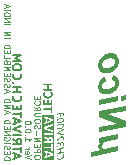
<source format=gbr>
%TF.GenerationSoftware,KiCad,Pcbnew,7.0.10*%
%TF.CreationDate,2024-05-20T02:41:19+05:30*%
%TF.ProjectId,nico-ch32v003-v1,6e69636f-2d63-4683-9332-763030332d76,rev?*%
%TF.SameCoordinates,Original*%
%TF.FileFunction,Legend,Bot*%
%TF.FilePolarity,Positive*%
%FSLAX46Y46*%
G04 Gerber Fmt 4.6, Leading zero omitted, Abs format (unit mm)*
G04 Created by KiCad (PCBNEW 7.0.10) date 2024-05-20 02:41:19*
%MOMM*%
%LPD*%
G01*
G04 APERTURE LIST*
%ADD10C,0.200000*%
%ADD11C,0.123000*%
%ADD12C,0.150000*%
%ADD13C,0.107550*%
%ADD14C,0.301600*%
G04 APERTURE END LIST*
D10*
G36*
X100073733Y-70046705D02*
G01*
X100064879Y-70046822D01*
X100055940Y-70047225D01*
X100047198Y-70048001D01*
X100045732Y-70048179D01*
X100037053Y-70049620D01*
X100028853Y-70051886D01*
X100026994Y-70052600D01*
X100019708Y-70056860D01*
X100016678Y-70059969D01*
X100013428Y-70067849D01*
X100013309Y-70069864D01*
X100013309Y-70261664D01*
X99391592Y-70261664D01*
X99383342Y-70263914D01*
X99380855Y-70265664D01*
X99375542Y-70272375D01*
X99373065Y-70278296D01*
X99370844Y-70286523D01*
X99369236Y-70295113D01*
X99368223Y-70302298D01*
X99367409Y-70311305D01*
X99366909Y-70320319D01*
X99366644Y-70328983D01*
X99366540Y-70338373D01*
X99366539Y-70339773D01*
X99366619Y-70349276D01*
X99366861Y-70358074D01*
X99367335Y-70367266D01*
X99368119Y-70376505D01*
X99368223Y-70377459D01*
X99369510Y-70386206D01*
X99371326Y-70395127D01*
X99373065Y-70401250D01*
X99376732Y-70409279D01*
X99380855Y-70414093D01*
X99388711Y-70417646D01*
X99391592Y-70417883D01*
X100013309Y-70417883D01*
X100013309Y-70609682D01*
X100015365Y-70617865D01*
X100016678Y-70619788D01*
X100023369Y-70625188D01*
X100026994Y-70626946D01*
X100035258Y-70629525D01*
X100043600Y-70631078D01*
X100045732Y-70631367D01*
X100054265Y-70632207D01*
X100063016Y-70632667D01*
X100071700Y-70632835D01*
X100073733Y-70632841D01*
X100082808Y-70632725D01*
X100091953Y-70632322D01*
X100100873Y-70631546D01*
X100102366Y-70631367D01*
X100111283Y-70629927D01*
X100119499Y-70627660D01*
X100121315Y-70626946D01*
X100128897Y-70622534D01*
X100131421Y-70619788D01*
X100134468Y-70611834D01*
X100134579Y-70609682D01*
X100134579Y-70069864D01*
X100132494Y-70061664D01*
X100131421Y-70059969D01*
X100125008Y-70054375D01*
X100121315Y-70052600D01*
X100113104Y-70050021D01*
X100104572Y-70048468D01*
X100102366Y-70048179D01*
X100093664Y-70047340D01*
X100084716Y-70046879D01*
X100075819Y-70046711D01*
X100073733Y-70046705D01*
G37*
G36*
X99427173Y-69505203D02*
G01*
X99418014Y-69505320D01*
X99408852Y-69505723D01*
X99400009Y-69506499D01*
X99398540Y-69506677D01*
X99389998Y-69508118D01*
X99381868Y-69510384D01*
X99380013Y-69511098D01*
X99372726Y-69515358D01*
X99369697Y-69518467D01*
X99366650Y-69526347D01*
X99366539Y-69528362D01*
X99366539Y-69913225D01*
X99367262Y-69922541D01*
X99369433Y-69931120D01*
X99373052Y-69938963D01*
X99378118Y-69946068D01*
X99384816Y-69951871D01*
X99393329Y-69956016D01*
X99402268Y-69958283D01*
X99411037Y-69959216D01*
X99415804Y-69959332D01*
X100085313Y-69959332D01*
X100094592Y-69958866D01*
X100104127Y-69957143D01*
X100112272Y-69954151D01*
X100119877Y-69949177D01*
X100122999Y-69946068D01*
X100128065Y-69938963D01*
X100131684Y-69931120D01*
X100133855Y-69922541D01*
X100134579Y-69913225D01*
X100134579Y-69530678D01*
X100132322Y-69522273D01*
X100131631Y-69521204D01*
X100125110Y-69515804D01*
X100121315Y-69514046D01*
X100112893Y-69511467D01*
X100104501Y-69509914D01*
X100102366Y-69509625D01*
X100093804Y-69508785D01*
X100084725Y-69508325D01*
X100075498Y-69508157D01*
X100073312Y-69508151D01*
X100064458Y-69508267D01*
X100055518Y-69508670D01*
X100046777Y-69509446D01*
X100045311Y-69509625D01*
X100036768Y-69511065D01*
X100028639Y-69513332D01*
X100026784Y-69514046D01*
X100019206Y-69518458D01*
X100016467Y-69521204D01*
X100013386Y-69529059D01*
X100013309Y-69530678D01*
X100013309Y-69804377D01*
X99824668Y-69804377D01*
X99824668Y-69572786D01*
X99822444Y-69564585D01*
X99821299Y-69562890D01*
X99814608Y-69557296D01*
X99810983Y-69555522D01*
X99802398Y-69552806D01*
X99793910Y-69551290D01*
X99792456Y-69551100D01*
X99783753Y-69550261D01*
X99774805Y-69549801D01*
X99765908Y-69549632D01*
X99763822Y-69549627D01*
X99755375Y-69549719D01*
X99746815Y-69550043D01*
X99737709Y-69550755D01*
X99734768Y-69551100D01*
X99726261Y-69552541D01*
X99717793Y-69554982D01*
X99716452Y-69555522D01*
X99708965Y-69560025D01*
X99706346Y-69562890D01*
X99703470Y-69571101D01*
X99703398Y-69572786D01*
X99703398Y-69804377D01*
X99487808Y-69804377D01*
X99487808Y-69528362D01*
X99485584Y-69520162D01*
X99484439Y-69518467D01*
X99477833Y-69512873D01*
X99474123Y-69511098D01*
X99466017Y-69508519D01*
X99457726Y-69506966D01*
X99455596Y-69506677D01*
X99447108Y-69505838D01*
X99438226Y-69505377D01*
X99429283Y-69505209D01*
X99427173Y-69505203D01*
G37*
G36*
X99492229Y-68858433D02*
G01*
X99483029Y-68858532D01*
X99474127Y-68858868D01*
X99468228Y-68859275D01*
X99459553Y-68860296D01*
X99451175Y-68862012D01*
X99443049Y-68864611D01*
X99438963Y-68866644D01*
X99431850Y-68871406D01*
X99425699Y-68876118D01*
X99419627Y-68882048D01*
X99413807Y-68889046D01*
X99408751Y-68895825D01*
X99404856Y-68901382D01*
X99400077Y-68908698D01*
X99395372Y-68916590D01*
X99390741Y-68925060D01*
X99386184Y-68934108D01*
X99382443Y-68942088D01*
X99380223Y-68947069D01*
X99376697Y-68955680D01*
X99373356Y-68964673D01*
X99370200Y-68974045D01*
X99367229Y-68983798D01*
X99364443Y-68993931D01*
X99362348Y-69002311D01*
X99360854Y-69008756D01*
X99359028Y-69017477D01*
X99357446Y-69026376D01*
X99356107Y-69035452D01*
X99355012Y-69044705D01*
X99354160Y-69054137D01*
X99353551Y-69063746D01*
X99353186Y-69073533D01*
X99353064Y-69083497D01*
X99353160Y-69093280D01*
X99353446Y-69102942D01*
X99353923Y-69112485D01*
X99354591Y-69121907D01*
X99355449Y-69131209D01*
X99356499Y-69140391D01*
X99357739Y-69149454D01*
X99359170Y-69158396D01*
X99360791Y-69167218D01*
X99362604Y-69175920D01*
X99364607Y-69184501D01*
X99366802Y-69192963D01*
X99369187Y-69201305D01*
X99371762Y-69209527D01*
X99374529Y-69217628D01*
X99377486Y-69225610D01*
X99380633Y-69233457D01*
X99385704Y-69244951D01*
X99391198Y-69256111D01*
X99397113Y-69266939D01*
X99403450Y-69277433D01*
X99410209Y-69287594D01*
X99417390Y-69297423D01*
X99424993Y-69306918D01*
X99433017Y-69316080D01*
X99441464Y-69324909D01*
X99450332Y-69333405D01*
X99459625Y-69341553D01*
X99469342Y-69349338D01*
X99479486Y-69356761D01*
X99486485Y-69361508D01*
X99493672Y-69366094D01*
X99501049Y-69370518D01*
X99508616Y-69374782D01*
X99516371Y-69378884D01*
X99524315Y-69382825D01*
X99532449Y-69386605D01*
X99540772Y-69390223D01*
X99549284Y-69393681D01*
X99557985Y-69396977D01*
X99566875Y-69400112D01*
X99571391Y-69401619D01*
X99580564Y-69404474D01*
X99589922Y-69407146D01*
X99599466Y-69409632D01*
X99609196Y-69411935D01*
X99619112Y-69414054D01*
X99629213Y-69415988D01*
X99639501Y-69417738D01*
X99649974Y-69419304D01*
X99660634Y-69420686D01*
X99671479Y-69421883D01*
X99682510Y-69422896D01*
X99693727Y-69423725D01*
X99705129Y-69424370D01*
X99716718Y-69424831D01*
X99728492Y-69425107D01*
X99740453Y-69425199D01*
X99752631Y-69425097D01*
X99764638Y-69424791D01*
X99776474Y-69424281D01*
X99788140Y-69423567D01*
X99799634Y-69422650D01*
X99810956Y-69421528D01*
X99822108Y-69420202D01*
X99833089Y-69418672D01*
X99843899Y-69416939D01*
X99854538Y-69415001D01*
X99865005Y-69412860D01*
X99875302Y-69410514D01*
X99885427Y-69407965D01*
X99895382Y-69405211D01*
X99905165Y-69402254D01*
X99914778Y-69399092D01*
X99924209Y-69395749D01*
X99933450Y-69392243D01*
X99942500Y-69388577D01*
X99951359Y-69384750D01*
X99960027Y-69380761D01*
X99968504Y-69376611D01*
X99976791Y-69372300D01*
X99984887Y-69367828D01*
X99992792Y-69363194D01*
X100000506Y-69358400D01*
X100008029Y-69353444D01*
X100015362Y-69348327D01*
X100022504Y-69343048D01*
X100029455Y-69337609D01*
X100036215Y-69332008D01*
X100042784Y-69326247D01*
X100049161Y-69320331D01*
X100055341Y-69314269D01*
X100061326Y-69308061D01*
X100067115Y-69301706D01*
X100072708Y-69295205D01*
X100078105Y-69288557D01*
X100083307Y-69281763D01*
X100088313Y-69274823D01*
X100093123Y-69267736D01*
X100097738Y-69260503D01*
X100102157Y-69253123D01*
X100106380Y-69245598D01*
X100110407Y-69237925D01*
X100114239Y-69230107D01*
X100117875Y-69222142D01*
X100121315Y-69214030D01*
X100124553Y-69205794D01*
X100127582Y-69197454D01*
X100130402Y-69189010D01*
X100133013Y-69180463D01*
X100135415Y-69171812D01*
X100137608Y-69163057D01*
X100139593Y-69154199D01*
X100141369Y-69145237D01*
X100142935Y-69136172D01*
X100144293Y-69127003D01*
X100145442Y-69117730D01*
X100146382Y-69108354D01*
X100147113Y-69098874D01*
X100147635Y-69089290D01*
X100147949Y-69079603D01*
X100148053Y-69069812D01*
X100147919Y-69059873D01*
X100147519Y-69050058D01*
X100146850Y-69040366D01*
X100145915Y-69030797D01*
X100144712Y-69021351D01*
X100143242Y-69012029D01*
X100142579Y-69008335D01*
X100140847Y-68999171D01*
X100138940Y-68990234D01*
X100136858Y-68981522D01*
X100134602Y-68973037D01*
X100132170Y-68964778D01*
X100129564Y-68956745D01*
X100128473Y-68953595D01*
X100125132Y-68944299D01*
X100121585Y-68935358D01*
X100117829Y-68926772D01*
X100113867Y-68918541D01*
X100109697Y-68910666D01*
X100108262Y-68908119D01*
X100103439Y-68899861D01*
X100098297Y-68891854D01*
X100092984Y-68884671D01*
X100088682Y-68879907D01*
X100082165Y-68873874D01*
X100075207Y-68868959D01*
X100067131Y-68865768D01*
X100061101Y-68864328D01*
X100052512Y-68862783D01*
X100043946Y-68861818D01*
X100041100Y-68861591D01*
X100032612Y-68861111D01*
X100023730Y-68860848D01*
X100014787Y-68860752D01*
X100012678Y-68860748D01*
X100003953Y-68860827D01*
X99994925Y-68861105D01*
X99985870Y-68861648D01*
X99981729Y-68862012D01*
X99972906Y-68863068D01*
X99964259Y-68864973D01*
X99961096Y-68866012D01*
X99953256Y-68869957D01*
X99949516Y-68873170D01*
X99946025Y-68881025D01*
X99945937Y-68882644D01*
X99947912Y-68891308D01*
X99952234Y-68899416D01*
X99956254Y-68905172D01*
X99961662Y-68912514D01*
X99966631Y-68919759D01*
X99971823Y-68927770D01*
X99976449Y-68935246D01*
X99979623Y-68940542D01*
X99984350Y-68948891D01*
X99988900Y-68957833D01*
X99992556Y-68965736D01*
X99996088Y-68974050D01*
X99999497Y-68982776D01*
X100002782Y-68991913D01*
X100005815Y-69001539D01*
X100008334Y-69011729D01*
X100009978Y-69020289D01*
X100011294Y-69029210D01*
X100012281Y-69038494D01*
X100012939Y-69048139D01*
X100013268Y-69058146D01*
X100013309Y-69063285D01*
X100013146Y-69071765D01*
X100012423Y-69082800D01*
X100011120Y-69093526D01*
X100009238Y-69103942D01*
X100006778Y-69114050D01*
X100003738Y-69123848D01*
X100000119Y-69133337D01*
X99995922Y-69142517D01*
X99994782Y-69144763D01*
X99989900Y-69153547D01*
X99984518Y-69162001D01*
X99978636Y-69170127D01*
X99972254Y-69177923D01*
X99965372Y-69185390D01*
X99957991Y-69192529D01*
X99950109Y-69199339D01*
X99941726Y-69205819D01*
X99932871Y-69211895D01*
X99923568Y-69217596D01*
X99913817Y-69222922D01*
X99906211Y-69226670D01*
X99898353Y-69230208D01*
X99890243Y-69233534D01*
X99881881Y-69236650D01*
X99873268Y-69239554D01*
X99864403Y-69242248D01*
X99858354Y-69243926D01*
X99849086Y-69246259D01*
X99839600Y-69248363D01*
X99829896Y-69250236D01*
X99819973Y-69251881D01*
X99809832Y-69253296D01*
X99799473Y-69254481D01*
X99788896Y-69255437D01*
X99778100Y-69256164D01*
X99767085Y-69256661D01*
X99755852Y-69256929D01*
X99748243Y-69256980D01*
X99735807Y-69256858D01*
X99723686Y-69256491D01*
X99711880Y-69255881D01*
X99700388Y-69255026D01*
X99689211Y-69253927D01*
X99678348Y-69252583D01*
X99667800Y-69250995D01*
X99657567Y-69249164D01*
X99647648Y-69247087D01*
X99638044Y-69244767D01*
X99631816Y-69243084D01*
X99622768Y-69240375D01*
X99614019Y-69237459D01*
X99605571Y-69234335D01*
X99597422Y-69231005D01*
X99589573Y-69227467D01*
X99582024Y-69223721D01*
X99572425Y-69218405D01*
X99563359Y-69212721D01*
X99554825Y-69206668D01*
X99550759Y-69203503D01*
X99543064Y-69196865D01*
X99535876Y-69189897D01*
X99529195Y-69182601D01*
X99523020Y-69174975D01*
X99517352Y-69167021D01*
X99512191Y-69158738D01*
X99507536Y-69150125D01*
X99503388Y-69141184D01*
X99499736Y-69131937D01*
X99496572Y-69122407D01*
X99493894Y-69112594D01*
X99491703Y-69102498D01*
X99489999Y-69092119D01*
X99488782Y-69081457D01*
X99488051Y-69070513D01*
X99487808Y-69059285D01*
X99487972Y-69049094D01*
X99488466Y-69039258D01*
X99489288Y-69029777D01*
X99490440Y-69020652D01*
X99491920Y-69011881D01*
X99493729Y-69003466D01*
X99496454Y-68993447D01*
X99498335Y-68987703D01*
X99501737Y-68978439D01*
X99505231Y-68969597D01*
X99508818Y-68961177D01*
X99512497Y-68953178D01*
X99516269Y-68945600D01*
X99520917Y-68937064D01*
X99521705Y-68935700D01*
X99526432Y-68927842D01*
X99530981Y-68920531D01*
X99536065Y-68912695D01*
X99540906Y-68905604D01*
X99544864Y-68900119D01*
X99549851Y-68892802D01*
X99553729Y-68885217D01*
X99555180Y-68878644D01*
X99553531Y-68870345D01*
X99552864Y-68869170D01*
X99545808Y-68864029D01*
X99543811Y-68863275D01*
X99535108Y-68861007D01*
X99526368Y-68859833D01*
X99524863Y-68859696D01*
X99516429Y-68859030D01*
X99507467Y-68858641D01*
X99498411Y-68858463D01*
X99492229Y-68858433D01*
G37*
G36*
X99391171Y-68152080D02*
G01*
X99383039Y-68154330D01*
X99380645Y-68156080D01*
X99375513Y-68162791D01*
X99373065Y-68168712D01*
X99370844Y-68176870D01*
X99369236Y-68185292D01*
X99368223Y-68192292D01*
X99367409Y-68201199D01*
X99366909Y-68210150D01*
X99366644Y-68218781D01*
X99366540Y-68228157D01*
X99366539Y-68229558D01*
X99366619Y-68239307D01*
X99366861Y-68248290D01*
X99367335Y-68257620D01*
X99368119Y-68266920D01*
X99368223Y-68267875D01*
X99369510Y-68276601D01*
X99371326Y-68285444D01*
X99373065Y-68291456D01*
X99376732Y-68299156D01*
X99380855Y-68303877D01*
X99388711Y-68307430D01*
X99391592Y-68307667D01*
X99703398Y-68307667D01*
X99703398Y-68594419D01*
X99391592Y-68594419D01*
X99383342Y-68596432D01*
X99380855Y-68597998D01*
X99375315Y-68604962D01*
X99373065Y-68610420D01*
X99370844Y-68618612D01*
X99369236Y-68627118D01*
X99368223Y-68634210D01*
X99367409Y-68643150D01*
X99366909Y-68652186D01*
X99366644Y-68660935D01*
X99366540Y-68670470D01*
X99366539Y-68671896D01*
X99366619Y-68681400D01*
X99366861Y-68690198D01*
X99367335Y-68699389D01*
X99368119Y-68708628D01*
X99368223Y-68709583D01*
X99369510Y-68718329D01*
X99371326Y-68727251D01*
X99373065Y-68733373D01*
X99376672Y-68741402D01*
X99380645Y-68746216D01*
X99388303Y-68749769D01*
X99391171Y-68750006D01*
X100109946Y-68750006D01*
X100118386Y-68747693D01*
X100120473Y-68746216D01*
X100125605Y-68739324D01*
X100128052Y-68733373D01*
X100130238Y-68725181D01*
X100131763Y-68716675D01*
X100132684Y-68709583D01*
X100133600Y-68700473D01*
X100134162Y-68691397D01*
X100134460Y-68682700D01*
X100134577Y-68673297D01*
X100134579Y-68671896D01*
X100134498Y-68662249D01*
X100134256Y-68653388D01*
X100133783Y-68644223D01*
X100132998Y-68635139D01*
X100132894Y-68634210D01*
X100131718Y-68625464D01*
X100129981Y-68616542D01*
X100128263Y-68610420D01*
X100124655Y-68602510D01*
X100120683Y-68597998D01*
X100112665Y-68594545D01*
X100110577Y-68594419D01*
X99838142Y-68594419D01*
X99838142Y-68307667D01*
X100110577Y-68307667D01*
X100118688Y-68305354D01*
X100120683Y-68303877D01*
X100125815Y-68297150D01*
X100128263Y-68291456D01*
X100130600Y-68282694D01*
X100132097Y-68274113D01*
X100132894Y-68267875D01*
X100133709Y-68258716D01*
X100134209Y-68249511D01*
X100134473Y-68240637D01*
X100134577Y-68230997D01*
X100134579Y-68229558D01*
X100134488Y-68220075D01*
X100134216Y-68211337D01*
X100133683Y-68202264D01*
X100132800Y-68193221D01*
X100132684Y-68192292D01*
X100131508Y-68183657D01*
X100129771Y-68174815D01*
X100128052Y-68168712D01*
X100124445Y-68160743D01*
X100120473Y-68156080D01*
X100112814Y-68152330D01*
X100109946Y-68152080D01*
X99391171Y-68152080D01*
G37*
G36*
X100022045Y-74150112D02*
G01*
X100022045Y-74150744D01*
X99692975Y-74258960D01*
X99692975Y-74041686D01*
X100022045Y-74150112D01*
G37*
G36*
X99946222Y-72824839D02*
G01*
X99955081Y-72825648D01*
X99963565Y-72826997D01*
X99973643Y-72829442D01*
X99983134Y-72832729D01*
X99992040Y-72836860D01*
X100000360Y-72841833D01*
X100008077Y-72847702D01*
X100015044Y-72854651D01*
X100021260Y-72862678D01*
X100025693Y-72869878D01*
X100029645Y-72877768D01*
X100033118Y-72886349D01*
X100036110Y-72895621D01*
X100036783Y-72898047D01*
X100038660Y-72906550D01*
X100040107Y-72914972D01*
X100041308Y-72924051D01*
X100041414Y-72924996D01*
X100042330Y-72934422D01*
X100042835Y-72942996D01*
X100043159Y-72952659D01*
X100043293Y-72961808D01*
X100043309Y-72966682D01*
X100043309Y-73036580D01*
X99827719Y-73036580D01*
X99827719Y-72957208D01*
X99827909Y-72947079D01*
X99828480Y-72937351D01*
X99829431Y-72928023D01*
X99830762Y-72919097D01*
X99832474Y-72910572D01*
X99835030Y-72900871D01*
X99835509Y-72899310D01*
X99838731Y-72890218D01*
X99842397Y-72881733D01*
X99846508Y-72873856D01*
X99851062Y-72866585D01*
X99856937Y-72858869D01*
X99857826Y-72857834D01*
X99864443Y-72850960D01*
X99871585Y-72844893D01*
X99879250Y-72839631D01*
X99887439Y-72835175D01*
X99892354Y-72832991D01*
X99901326Y-72829709D01*
X99910741Y-72827234D01*
X99919165Y-72825753D01*
X99927913Y-72824865D01*
X99936988Y-72824569D01*
X99946222Y-72824839D01*
G37*
G36*
X100022045Y-71266593D02*
G01*
X100022045Y-71267225D01*
X99692975Y-71375441D01*
X99692975Y-71158166D01*
X100022045Y-71266593D01*
G37*
G36*
X100287722Y-74617576D02*
G01*
X99273396Y-74617576D01*
X99273396Y-74425916D01*
X99396539Y-74425916D01*
X99396598Y-74435694D01*
X99396775Y-74444657D01*
X99397132Y-74454086D01*
X99397738Y-74463504D01*
X99398223Y-74468655D01*
X99399880Y-74477336D01*
X99403117Y-74485310D01*
X99406855Y-74489920D01*
X99414374Y-74493781D01*
X99422836Y-74494433D01*
X99425803Y-74494130D01*
X99434369Y-74492432D01*
X99443449Y-74490025D01*
X99452610Y-74487186D01*
X99458858Y-74485077D01*
X100134051Y-74248854D01*
X100141984Y-74245521D01*
X100149274Y-74241218D01*
X100150052Y-74240643D01*
X100155871Y-74233953D01*
X100159325Y-74226124D01*
X100159526Y-74225485D01*
X100161697Y-74216622D01*
X100162963Y-74207518D01*
X100163621Y-74199110D01*
X100163737Y-74196852D01*
X100164065Y-74188192D01*
X100164312Y-74178424D01*
X100164460Y-74169169D01*
X100164549Y-74159100D01*
X100164578Y-74150088D01*
X100164579Y-74148217D01*
X100164566Y-74139704D01*
X100164512Y-74129691D01*
X100164418Y-74120377D01*
X100164282Y-74111762D01*
X100164065Y-74102347D01*
X100163737Y-74092636D01*
X100163247Y-74083970D01*
X100162392Y-74075177D01*
X100161052Y-74066700D01*
X100159526Y-74060423D01*
X100156404Y-74052092D01*
X100151420Y-74045156D01*
X100149841Y-74043791D01*
X100142156Y-74039106D01*
X100134207Y-74035843D01*
X100132156Y-74035159D01*
X99457594Y-73798304D01*
X99448796Y-73795435D01*
X99439753Y-73792796D01*
X99430869Y-73790646D01*
X99424119Y-73789462D01*
X99415170Y-73789448D01*
X99407263Y-73792801D01*
X99405592Y-73794304D01*
X99401136Y-73801805D01*
X99398879Y-73810470D01*
X99398012Y-73817253D01*
X99397367Y-73826345D01*
X99396954Y-73835575D01*
X99396713Y-73844432D01*
X99396574Y-73854163D01*
X99396539Y-73862939D01*
X99396559Y-73872029D01*
X99396621Y-73880481D01*
X99396749Y-73889783D01*
X99396974Y-73899475D01*
X99397279Y-73907917D01*
X99397381Y-73910100D01*
X99398004Y-73918941D01*
X99399174Y-73928028D01*
X99400960Y-73935785D01*
X99404403Y-73943695D01*
X99408329Y-73948207D01*
X99415863Y-73952361D01*
X99420750Y-73954102D01*
X99571706Y-74005684D01*
X99571706Y-74041686D01*
X99571706Y-74293278D01*
X99424751Y-74341912D01*
X99416739Y-74344848D01*
X99410855Y-74348228D01*
X99405097Y-74354435D01*
X99402012Y-74360650D01*
X99399612Y-74369429D01*
X99398235Y-74378306D01*
X99397591Y-74384861D01*
X99397082Y-74394408D01*
X99396802Y-74402915D01*
X99396622Y-74412369D01*
X99396548Y-74421227D01*
X99396539Y-74425916D01*
X99273396Y-74425916D01*
X99273396Y-73572608D01*
X99396539Y-73572608D01*
X99396619Y-73582112D01*
X99396861Y-73590909D01*
X99397335Y-73600101D01*
X99398119Y-73609340D01*
X99398223Y-73610295D01*
X99399510Y-73619041D01*
X99401326Y-73627962D01*
X99403065Y-73634085D01*
X99406732Y-73642114D01*
X99410855Y-73646928D01*
X99418711Y-73650481D01*
X99421592Y-73650718D01*
X100043309Y-73650718D01*
X100043309Y-73842517D01*
X100045365Y-73850700D01*
X100046678Y-73852623D01*
X100053369Y-73858023D01*
X100056994Y-73859781D01*
X100065258Y-73862360D01*
X100073600Y-73863913D01*
X100075732Y-73864203D01*
X100084265Y-73865042D01*
X100093016Y-73865502D01*
X100101700Y-73865671D01*
X100103733Y-73865676D01*
X100112808Y-73865560D01*
X100121953Y-73865157D01*
X100130873Y-73864381D01*
X100132366Y-73864203D01*
X100141283Y-73862762D01*
X100149499Y-73860495D01*
X100151315Y-73859781D01*
X100158897Y-73855369D01*
X100161421Y-73852623D01*
X100164468Y-73844669D01*
X100164579Y-73842517D01*
X100164579Y-73302700D01*
X100162494Y-73294499D01*
X100161421Y-73292804D01*
X100155008Y-73287210D01*
X100151315Y-73285435D01*
X100143104Y-73282856D01*
X100134572Y-73281303D01*
X100132366Y-73281014D01*
X100123664Y-73280175D01*
X100114716Y-73279715D01*
X100105819Y-73279546D01*
X100103733Y-73279540D01*
X100094879Y-73279657D01*
X100085940Y-73280060D01*
X100077198Y-73280836D01*
X100075732Y-73281014D01*
X100067053Y-73282455D01*
X100058853Y-73284722D01*
X100056994Y-73285435D01*
X100049708Y-73289696D01*
X100046678Y-73292804D01*
X100043428Y-73300684D01*
X100043309Y-73302700D01*
X100043309Y-73494499D01*
X99421592Y-73494499D01*
X99413342Y-73496749D01*
X99410855Y-73498499D01*
X99405542Y-73505210D01*
X99403065Y-73511131D01*
X99400844Y-73519358D01*
X99399236Y-73527948D01*
X99398223Y-73535133D01*
X99397409Y-73544141D01*
X99396909Y-73553154D01*
X99396644Y-73561818D01*
X99396540Y-73571208D01*
X99396539Y-73572608D01*
X99273396Y-73572608D01*
X99273396Y-73114690D01*
X99396539Y-73114690D01*
X99396619Y-73124193D01*
X99396861Y-73132991D01*
X99397335Y-73142182D01*
X99398119Y-73151421D01*
X99398223Y-73152376D01*
X99399510Y-73161122D01*
X99401326Y-73170044D01*
X99403065Y-73176167D01*
X99406672Y-73184076D01*
X99410645Y-73188588D01*
X99418500Y-73191944D01*
X99421382Y-73192167D01*
X100115523Y-73192167D01*
X100124795Y-73191701D01*
X100134303Y-73189978D01*
X100142400Y-73186986D01*
X100149927Y-73182012D01*
X100152999Y-73178904D01*
X100158065Y-73171798D01*
X100161684Y-73163955D01*
X100163855Y-73155376D01*
X100164579Y-73146060D01*
X100164579Y-72947734D01*
X100164548Y-72938527D01*
X100164455Y-72929854D01*
X100164263Y-72920153D01*
X100163982Y-72911222D01*
X100163541Y-72901775D01*
X100163315Y-72898047D01*
X100162736Y-72888480D01*
X100162052Y-72879362D01*
X100161263Y-72870690D01*
X100160368Y-72862466D01*
X100159059Y-72853865D01*
X100157580Y-72845430D01*
X100155931Y-72837161D01*
X100153467Y-72826396D01*
X100150700Y-72815927D01*
X100147631Y-72805753D01*
X100144259Y-72795876D01*
X100140584Y-72786295D01*
X100137630Y-72779304D01*
X100133472Y-72770218D01*
X100128998Y-72761487D01*
X100124208Y-72753112D01*
X100119103Y-72745091D01*
X100113681Y-72737426D01*
X100107944Y-72730117D01*
X100101891Y-72723163D01*
X100095522Y-72716564D01*
X100088897Y-72710284D01*
X100081969Y-72704392D01*
X100074738Y-72698888D01*
X100067205Y-72693773D01*
X100059369Y-72689046D01*
X100051231Y-72684707D01*
X100042789Y-72680756D01*
X100034046Y-72677193D01*
X100024989Y-72673986D01*
X100015610Y-72671206D01*
X100005909Y-72668854D01*
X99995886Y-72666929D01*
X99985540Y-72665433D01*
X99974871Y-72664363D01*
X99963881Y-72663722D01*
X99955426Y-72663522D01*
X99952568Y-72663508D01*
X99942988Y-72663663D01*
X99933619Y-72664127D01*
X99924461Y-72664900D01*
X99915513Y-72665982D01*
X99906776Y-72667373D01*
X99898249Y-72669074D01*
X99889933Y-72671084D01*
X99881827Y-72673403D01*
X99871996Y-72676656D01*
X99862504Y-72680361D01*
X99853352Y-72684518D01*
X99844539Y-72689128D01*
X99836065Y-72694190D01*
X99827930Y-72699704D01*
X99824771Y-72702036D01*
X99817101Y-72708174D01*
X99809750Y-72714743D01*
X99802717Y-72721744D01*
X99796003Y-72729176D01*
X99789608Y-72737040D01*
X99783532Y-72745336D01*
X99781190Y-72748776D01*
X99775575Y-72757651D01*
X99771335Y-72765024D01*
X99767318Y-72772642D01*
X99763525Y-72780502D01*
X99759956Y-72788606D01*
X99756610Y-72796954D01*
X99753489Y-72805545D01*
X99751294Y-72812148D01*
X99746965Y-72803660D01*
X99742188Y-72795462D01*
X99736964Y-72787554D01*
X99731293Y-72779935D01*
X99725985Y-72773394D01*
X99720194Y-72767034D01*
X99713919Y-72760856D01*
X99707160Y-72754858D01*
X99703081Y-72751513D01*
X99695583Y-72745698D01*
X99687641Y-72740045D01*
X99680481Y-72735328D01*
X99672995Y-72730729D01*
X99665184Y-72726248D01*
X99657018Y-72721842D01*
X99648466Y-72717465D01*
X99639530Y-72713118D01*
X99631789Y-72709518D01*
X99623781Y-72705938D01*
X99617182Y-72703089D01*
X99468332Y-72638454D01*
X99460456Y-72635345D01*
X99452316Y-72632243D01*
X99443508Y-72629082D01*
X99435909Y-72626664D01*
X99427360Y-72624548D01*
X99419908Y-72623717D01*
X99411302Y-72625138D01*
X99408960Y-72626243D01*
X99403560Y-72632944D01*
X99401802Y-72637402D01*
X99399685Y-72645976D01*
X99398435Y-72654463D01*
X99397591Y-72663508D01*
X99397131Y-72672824D01*
X99396836Y-72682271D01*
X99396663Y-72691331D01*
X99396564Y-72701279D01*
X99396539Y-72710247D01*
X99396576Y-72719208D01*
X99396712Y-72728765D01*
X99396950Y-72737354D01*
X99397344Y-72745986D01*
X99397591Y-72749828D01*
X99398566Y-72758443D01*
X99400224Y-72767207D01*
X99402012Y-72773198D01*
X99405843Y-72780944D01*
X99410013Y-72785409D01*
X99417461Y-72789563D01*
X99422014Y-72791304D01*
X99589391Y-72859939D01*
X99598113Y-72863811D01*
X99606517Y-72867662D01*
X99614603Y-72871492D01*
X99622369Y-72875302D01*
X99631269Y-72879847D01*
X99639709Y-72884362D01*
X99647740Y-72888879D01*
X99655253Y-72893589D01*
X99662247Y-72898492D01*
X99669753Y-72904454D01*
X99676553Y-72910679D01*
X99682658Y-72917246D01*
X99688078Y-72924236D01*
X99692813Y-72931650D01*
X99696863Y-72939486D01*
X99698870Y-72944154D01*
X99701823Y-72952726D01*
X99704051Y-72961863D01*
X99705554Y-72971563D01*
X99706264Y-72980327D01*
X99706449Y-72987946D01*
X99706449Y-73036580D01*
X99420961Y-73036580D01*
X99412829Y-73038830D01*
X99410434Y-73040581D01*
X99405302Y-73047291D01*
X99402855Y-73053213D01*
X99400621Y-73062078D01*
X99399092Y-73070627D01*
X99398223Y-73076793D01*
X99397409Y-73085749D01*
X99396909Y-73094828D01*
X99396644Y-73103636D01*
X99396540Y-73113250D01*
X99396539Y-73114690D01*
X99273396Y-73114690D01*
X99273396Y-72435286D01*
X99396539Y-72435286D01*
X99396619Y-72444789D01*
X99396861Y-72453587D01*
X99397335Y-72462778D01*
X99398119Y-72472017D01*
X99398223Y-72472972D01*
X99399510Y-72481718D01*
X99401326Y-72490640D01*
X99403065Y-72496763D01*
X99406672Y-72504791D01*
X99410645Y-72509605D01*
X99418303Y-72513158D01*
X99421171Y-72513395D01*
X100139946Y-72513395D01*
X100148386Y-72511082D01*
X100150473Y-72509605D01*
X100155605Y-72502631D01*
X100158052Y-72496552D01*
X100160238Y-72488122D01*
X100161763Y-72479577D01*
X100162684Y-72472551D01*
X100163600Y-72463645D01*
X100164162Y-72454694D01*
X100164460Y-72446063D01*
X100164577Y-72436686D01*
X100164579Y-72435286D01*
X100164488Y-72425557D01*
X100164216Y-72416633D01*
X100163683Y-72407422D01*
X100162800Y-72398318D01*
X100162684Y-72397389D01*
X100161508Y-72388754D01*
X100159771Y-72379911D01*
X100158052Y-72373809D01*
X100154445Y-72365840D01*
X100150473Y-72361177D01*
X100142814Y-72357426D01*
X100139946Y-72357176D01*
X99421171Y-72357176D01*
X99413039Y-72359426D01*
X99410645Y-72361177D01*
X99405513Y-72367887D01*
X99403065Y-72373809D01*
X99400844Y-72381966D01*
X99399236Y-72390389D01*
X99398223Y-72397389D01*
X99397409Y-72406345D01*
X99396909Y-72415424D01*
X99396644Y-72424232D01*
X99396540Y-72433846D01*
X99396539Y-72435286D01*
X99273396Y-72435286D01*
X99273396Y-71910416D01*
X99396539Y-71910416D01*
X99396546Y-71919093D01*
X99396573Y-71928599D01*
X99396621Y-71937441D01*
X99396700Y-71946731D01*
X99396749Y-71951050D01*
X99397036Y-71960124D01*
X99397472Y-71969270D01*
X99398094Y-71978189D01*
X99398223Y-71979683D01*
X99399423Y-71988567D01*
X99401239Y-71997092D01*
X99401802Y-71999052D01*
X99404997Y-72006986D01*
X99407697Y-72011474D01*
X99413776Y-72017553D01*
X99416118Y-72019053D01*
X99423929Y-72022464D01*
X99428961Y-72024106D01*
X100103312Y-72252118D01*
X100112182Y-72254978D01*
X100121258Y-72257580D01*
X100130116Y-72259658D01*
X100136788Y-72260750D01*
X100145216Y-72260612D01*
X100153253Y-72256942D01*
X100155315Y-72254855D01*
X100159648Y-72247165D01*
X100161893Y-72238933D01*
X100163105Y-72229801D01*
X100163679Y-72221297D01*
X100164112Y-72211443D01*
X100164371Y-72201921D01*
X100164508Y-72193230D01*
X100164573Y-72183849D01*
X100164579Y-72179904D01*
X100164534Y-72170134D01*
X100164401Y-72161192D01*
X100164133Y-72151809D01*
X100163679Y-72142466D01*
X100163315Y-72137375D01*
X100162472Y-72128469D01*
X100160972Y-72119626D01*
X100159315Y-72113795D01*
X100155352Y-72106333D01*
X100150473Y-72102216D01*
X100142433Y-72098364D01*
X100135735Y-72095900D01*
X99548757Y-71909363D01*
X99548757Y-71908732D01*
X100132788Y-71725775D01*
X100141383Y-71723326D01*
X100148999Y-71719880D01*
X100155359Y-71713922D01*
X100158684Y-71707879D01*
X100161175Y-71699650D01*
X100162631Y-71690786D01*
X100163315Y-71683246D01*
X100163868Y-71674509D01*
X100164222Y-71665655D01*
X100164429Y-71657168D01*
X100164548Y-71647851D01*
X100164579Y-71639455D01*
X100164512Y-71629628D01*
X100164312Y-71620674D01*
X100163911Y-71611332D01*
X100163230Y-71602111D01*
X100162684Y-71597137D01*
X100161138Y-71588588D01*
X100157980Y-71580771D01*
X100154262Y-71576293D01*
X100146104Y-71572556D01*
X100137383Y-71572388D01*
X100135103Y-71572714D01*
X100126649Y-71574524D01*
X100117634Y-71576996D01*
X100108502Y-71579864D01*
X100102260Y-71581978D01*
X99427066Y-71810411D01*
X99419093Y-71813353D01*
X99411659Y-71817603D01*
X99410855Y-71818201D01*
X99405140Y-71824845D01*
X99401594Y-71832905D01*
X99401381Y-71833570D01*
X99399338Y-71842590D01*
X99398133Y-71851826D01*
X99397495Y-71860339D01*
X99397381Y-71862624D01*
X99397053Y-71871172D01*
X99396805Y-71880787D01*
X99396657Y-71889879D01*
X99396568Y-71899755D01*
X99396539Y-71908585D01*
X99396539Y-71910416D01*
X99273396Y-71910416D01*
X99273396Y-71542397D01*
X99396539Y-71542397D01*
X99396598Y-71552174D01*
X99396775Y-71561138D01*
X99397132Y-71570566D01*
X99397738Y-71579985D01*
X99398223Y-71585136D01*
X99399880Y-71593816D01*
X99403117Y-71601791D01*
X99406855Y-71606400D01*
X99414374Y-71610261D01*
X99422836Y-71610914D01*
X99425803Y-71610611D01*
X99434369Y-71608913D01*
X99443449Y-71606505D01*
X99452610Y-71603666D01*
X99458858Y-71601558D01*
X100134051Y-71365335D01*
X100141984Y-71362002D01*
X100149274Y-71357699D01*
X100150052Y-71357124D01*
X100155871Y-71350434D01*
X100159325Y-71342605D01*
X100159526Y-71341965D01*
X100161697Y-71333103D01*
X100162963Y-71323999D01*
X100163621Y-71315591D01*
X100163737Y-71313332D01*
X100164065Y-71304672D01*
X100164312Y-71294904D01*
X100164460Y-71285650D01*
X100164549Y-71275581D01*
X100164578Y-71266568D01*
X100164579Y-71264698D01*
X100164566Y-71256185D01*
X100164512Y-71246172D01*
X100164418Y-71236858D01*
X100164282Y-71228243D01*
X100164065Y-71218828D01*
X100163737Y-71209116D01*
X100163247Y-71200451D01*
X100162392Y-71191657D01*
X100161052Y-71183181D01*
X100159526Y-71176904D01*
X100156404Y-71168573D01*
X100151420Y-71161637D01*
X100149841Y-71160272D01*
X100142156Y-71155587D01*
X100134207Y-71152324D01*
X100132156Y-71151640D01*
X99457594Y-70914785D01*
X99448796Y-70911915D01*
X99439753Y-70909277D01*
X99430869Y-70907127D01*
X99424119Y-70905942D01*
X99415170Y-70905929D01*
X99407263Y-70909281D01*
X99405592Y-70910785D01*
X99401136Y-70918286D01*
X99398879Y-70926950D01*
X99398012Y-70933733D01*
X99397367Y-70942826D01*
X99396954Y-70952056D01*
X99396713Y-70960913D01*
X99396574Y-70970644D01*
X99396539Y-70979420D01*
X99396559Y-70988510D01*
X99396621Y-70996962D01*
X99396749Y-71006264D01*
X99396974Y-71015955D01*
X99397279Y-71024398D01*
X99397381Y-71026580D01*
X99398004Y-71035422D01*
X99399174Y-71044509D01*
X99400960Y-71052266D01*
X99404403Y-71060176D01*
X99408329Y-71064688D01*
X99415863Y-71068841D01*
X99420750Y-71070583D01*
X99571706Y-71122164D01*
X99571706Y-71158166D01*
X99571706Y-71409758D01*
X99424751Y-71458392D01*
X99416739Y-71461328D01*
X99410855Y-71464709D01*
X99405097Y-71470916D01*
X99402012Y-71477130D01*
X99399612Y-71485910D01*
X99398235Y-71494786D01*
X99397591Y-71501342D01*
X99397082Y-71510888D01*
X99396802Y-71519396D01*
X99396622Y-71528850D01*
X99396548Y-71537707D01*
X99396539Y-71542397D01*
X99273396Y-71542397D01*
X99273396Y-70782786D01*
X100287722Y-70782786D01*
X100287722Y-74617576D01*
G37*
D11*
X99080727Y-74408221D02*
X99080727Y-74314507D01*
X99080727Y-74314507D02*
X99057298Y-74267650D01*
X99057298Y-74267650D02*
X99010441Y-74220793D01*
X99010441Y-74220793D02*
X98916727Y-74197364D01*
X98916727Y-74197364D02*
X98752727Y-74197364D01*
X98752727Y-74197364D02*
X98659013Y-74220793D01*
X98659013Y-74220793D02*
X98612156Y-74267650D01*
X98612156Y-74267650D02*
X98588727Y-74314507D01*
X98588727Y-74314507D02*
X98588727Y-74408221D01*
X98588727Y-74408221D02*
X98612156Y-74455079D01*
X98612156Y-74455079D02*
X98659013Y-74501936D01*
X98659013Y-74501936D02*
X98752727Y-74525364D01*
X98752727Y-74525364D02*
X98916727Y-74525364D01*
X98916727Y-74525364D02*
X99010441Y-74501936D01*
X99010441Y-74501936D02*
X99057298Y-74455079D01*
X99057298Y-74455079D02*
X99080727Y-74408221D01*
X98588727Y-73986507D02*
X99080727Y-73986507D01*
X99080727Y-73986507D02*
X99080727Y-73799078D01*
X99080727Y-73799078D02*
X99057298Y-73752221D01*
X99057298Y-73752221D02*
X99033870Y-73728792D01*
X99033870Y-73728792D02*
X98987013Y-73705364D01*
X98987013Y-73705364D02*
X98916727Y-73705364D01*
X98916727Y-73705364D02*
X98869870Y-73728792D01*
X98869870Y-73728792D02*
X98846441Y-73752221D01*
X98846441Y-73752221D02*
X98823013Y-73799078D01*
X98823013Y-73799078D02*
X98823013Y-73986507D01*
X98846441Y-73494507D02*
X98846441Y-73330507D01*
X98588727Y-73260221D02*
X98588727Y-73494507D01*
X98588727Y-73494507D02*
X99080727Y-73494507D01*
X99080727Y-73494507D02*
X99080727Y-73260221D01*
X98588727Y-73049364D02*
X99080727Y-73049364D01*
X99080727Y-73049364D02*
X98588727Y-72768221D01*
X98588727Y-72768221D02*
X99080727Y-72768221D01*
X98776156Y-72533935D02*
X98776156Y-72159078D01*
X98612156Y-71948220D02*
X98588727Y-71877935D01*
X98588727Y-71877935D02*
X98588727Y-71760792D01*
X98588727Y-71760792D02*
X98612156Y-71713935D01*
X98612156Y-71713935D02*
X98635584Y-71690506D01*
X98635584Y-71690506D02*
X98682441Y-71667077D01*
X98682441Y-71667077D02*
X98729298Y-71667077D01*
X98729298Y-71667077D02*
X98776156Y-71690506D01*
X98776156Y-71690506D02*
X98799584Y-71713935D01*
X98799584Y-71713935D02*
X98823013Y-71760792D01*
X98823013Y-71760792D02*
X98846441Y-71854506D01*
X98846441Y-71854506D02*
X98869870Y-71901363D01*
X98869870Y-71901363D02*
X98893298Y-71924792D01*
X98893298Y-71924792D02*
X98940156Y-71948220D01*
X98940156Y-71948220D02*
X98987013Y-71948220D01*
X98987013Y-71948220D02*
X99033870Y-71924792D01*
X99033870Y-71924792D02*
X99057298Y-71901363D01*
X99057298Y-71901363D02*
X99080727Y-71854506D01*
X99080727Y-71854506D02*
X99080727Y-71737363D01*
X99080727Y-71737363D02*
X99057298Y-71667077D01*
X99080727Y-71362506D02*
X99080727Y-71268792D01*
X99080727Y-71268792D02*
X99057298Y-71221935D01*
X99057298Y-71221935D02*
X99010441Y-71175078D01*
X99010441Y-71175078D02*
X98916727Y-71151649D01*
X98916727Y-71151649D02*
X98752727Y-71151649D01*
X98752727Y-71151649D02*
X98659013Y-71175078D01*
X98659013Y-71175078D02*
X98612156Y-71221935D01*
X98612156Y-71221935D02*
X98588727Y-71268792D01*
X98588727Y-71268792D02*
X98588727Y-71362506D01*
X98588727Y-71362506D02*
X98612156Y-71409364D01*
X98612156Y-71409364D02*
X98659013Y-71456221D01*
X98659013Y-71456221D02*
X98752727Y-71479649D01*
X98752727Y-71479649D02*
X98916727Y-71479649D01*
X98916727Y-71479649D02*
X99010441Y-71456221D01*
X99010441Y-71456221D02*
X99057298Y-71409364D01*
X99057298Y-71409364D02*
X99080727Y-71362506D01*
X99080727Y-70940792D02*
X98682441Y-70940792D01*
X98682441Y-70940792D02*
X98635584Y-70917363D01*
X98635584Y-70917363D02*
X98612156Y-70893935D01*
X98612156Y-70893935D02*
X98588727Y-70847077D01*
X98588727Y-70847077D02*
X98588727Y-70753363D01*
X98588727Y-70753363D02*
X98612156Y-70706506D01*
X98612156Y-70706506D02*
X98635584Y-70683077D01*
X98635584Y-70683077D02*
X98682441Y-70659649D01*
X98682441Y-70659649D02*
X99080727Y-70659649D01*
X98588727Y-70144220D02*
X98823013Y-70308220D01*
X98588727Y-70425363D02*
X99080727Y-70425363D01*
X99080727Y-70425363D02*
X99080727Y-70237934D01*
X99080727Y-70237934D02*
X99057298Y-70191077D01*
X99057298Y-70191077D02*
X99033870Y-70167648D01*
X99033870Y-70167648D02*
X98987013Y-70144220D01*
X98987013Y-70144220D02*
X98916727Y-70144220D01*
X98916727Y-70144220D02*
X98869870Y-70167648D01*
X98869870Y-70167648D02*
X98846441Y-70191077D01*
X98846441Y-70191077D02*
X98823013Y-70237934D01*
X98823013Y-70237934D02*
X98823013Y-70425363D01*
X98635584Y-69652220D02*
X98612156Y-69675648D01*
X98612156Y-69675648D02*
X98588727Y-69745934D01*
X98588727Y-69745934D02*
X98588727Y-69792791D01*
X98588727Y-69792791D02*
X98612156Y-69863077D01*
X98612156Y-69863077D02*
X98659013Y-69909934D01*
X98659013Y-69909934D02*
X98705870Y-69933363D01*
X98705870Y-69933363D02*
X98799584Y-69956791D01*
X98799584Y-69956791D02*
X98869870Y-69956791D01*
X98869870Y-69956791D02*
X98963584Y-69933363D01*
X98963584Y-69933363D02*
X99010441Y-69909934D01*
X99010441Y-69909934D02*
X99057298Y-69863077D01*
X99057298Y-69863077D02*
X99080727Y-69792791D01*
X99080727Y-69792791D02*
X99080727Y-69745934D01*
X99080727Y-69745934D02*
X99057298Y-69675648D01*
X99057298Y-69675648D02*
X99033870Y-69652220D01*
X98846441Y-69441363D02*
X98846441Y-69277363D01*
X98588727Y-69207077D02*
X98588727Y-69441363D01*
X98588727Y-69441363D02*
X99080727Y-69441363D01*
X99080727Y-69441363D02*
X99080727Y-69207077D01*
X98288607Y-74572221D02*
X97796607Y-74408221D01*
X97796607Y-74408221D02*
X98288607Y-74244221D01*
X97820036Y-73892793D02*
X97796607Y-73939650D01*
X97796607Y-73939650D02*
X97796607Y-74033365D01*
X97796607Y-74033365D02*
X97820036Y-74080222D01*
X97820036Y-74080222D02*
X97866893Y-74103650D01*
X97866893Y-74103650D02*
X98054321Y-74103650D01*
X98054321Y-74103650D02*
X98101178Y-74080222D01*
X98101178Y-74080222D02*
X98124607Y-74033365D01*
X98124607Y-74033365D02*
X98124607Y-73939650D01*
X98124607Y-73939650D02*
X98101178Y-73892793D01*
X98101178Y-73892793D02*
X98054321Y-73869365D01*
X98054321Y-73869365D02*
X98007464Y-73869365D01*
X98007464Y-73869365D02*
X97960607Y-74103650D01*
X97796607Y-73658508D02*
X98124607Y-73658508D01*
X98030893Y-73658508D02*
X98077750Y-73635079D01*
X98077750Y-73635079D02*
X98101178Y-73611651D01*
X98101178Y-73611651D02*
X98124607Y-73564793D01*
X98124607Y-73564793D02*
X98124607Y-73517936D01*
X97796607Y-72721365D02*
X97796607Y-73002508D01*
X97796607Y-72861937D02*
X98288607Y-72861937D01*
X98288607Y-72861937D02*
X98218321Y-72908794D01*
X98218321Y-72908794D02*
X98171464Y-72955651D01*
X98171464Y-72955651D02*
X98148036Y-73002508D01*
X97843464Y-72510509D02*
X97820036Y-72487080D01*
X97820036Y-72487080D02*
X97796607Y-72510509D01*
X97796607Y-72510509D02*
X97820036Y-72533937D01*
X97820036Y-72533937D02*
X97843464Y-72510509D01*
X97843464Y-72510509D02*
X97796607Y-72510509D01*
X98288607Y-72182508D02*
X98288607Y-72135651D01*
X98288607Y-72135651D02*
X98265178Y-72088794D01*
X98265178Y-72088794D02*
X98241750Y-72065366D01*
X98241750Y-72065366D02*
X98194893Y-72041937D01*
X98194893Y-72041937D02*
X98101178Y-72018508D01*
X98101178Y-72018508D02*
X97984036Y-72018508D01*
X97984036Y-72018508D02*
X97890321Y-72041937D01*
X97890321Y-72041937D02*
X97843464Y-72065366D01*
X97843464Y-72065366D02*
X97820036Y-72088794D01*
X97820036Y-72088794D02*
X97796607Y-72135651D01*
X97796607Y-72135651D02*
X97796607Y-72182508D01*
X97796607Y-72182508D02*
X97820036Y-72229366D01*
X97820036Y-72229366D02*
X97843464Y-72252794D01*
X97843464Y-72252794D02*
X97890321Y-72276223D01*
X97890321Y-72276223D02*
X97984036Y-72299651D01*
X97984036Y-72299651D02*
X98101178Y-72299651D01*
X98101178Y-72299651D02*
X98194893Y-72276223D01*
X98194893Y-72276223D02*
X98241750Y-72252794D01*
X98241750Y-72252794D02*
X98265178Y-72229366D01*
X98265178Y-72229366D02*
X98288607Y-72182508D01*
X97843464Y-71807652D02*
X97820036Y-71784223D01*
X97820036Y-71784223D02*
X97796607Y-71807652D01*
X97796607Y-71807652D02*
X97820036Y-71831080D01*
X97820036Y-71831080D02*
X97843464Y-71807652D01*
X97843464Y-71807652D02*
X97796607Y-71807652D01*
X98288607Y-71479651D02*
X98288607Y-71432794D01*
X98288607Y-71432794D02*
X98265178Y-71385937D01*
X98265178Y-71385937D02*
X98241750Y-71362509D01*
X98241750Y-71362509D02*
X98194893Y-71339080D01*
X98194893Y-71339080D02*
X98101178Y-71315651D01*
X98101178Y-71315651D02*
X97984036Y-71315651D01*
X97984036Y-71315651D02*
X97890321Y-71339080D01*
X97890321Y-71339080D02*
X97843464Y-71362509D01*
X97843464Y-71362509D02*
X97820036Y-71385937D01*
X97820036Y-71385937D02*
X97796607Y-71432794D01*
X97796607Y-71432794D02*
X97796607Y-71479651D01*
X97796607Y-71479651D02*
X97820036Y-71526509D01*
X97820036Y-71526509D02*
X97843464Y-71549937D01*
X97843464Y-71549937D02*
X97890321Y-71573366D01*
X97890321Y-71573366D02*
X97984036Y-71596794D01*
X97984036Y-71596794D02*
X98101178Y-71596794D01*
X98101178Y-71596794D02*
X98194893Y-71573366D01*
X98194893Y-71573366D02*
X98241750Y-71549937D01*
X98241750Y-71549937D02*
X98265178Y-71526509D01*
X98265178Y-71526509D02*
X98288607Y-71479651D01*
D12*
X96972239Y-74489220D02*
X96972239Y-74133982D01*
X96759096Y-74560268D02*
X97505096Y-74311601D01*
X97505096Y-74311601D02*
X96759096Y-74062935D01*
X97505096Y-73920839D02*
X97505096Y-73494553D01*
X96759096Y-73707696D02*
X97505096Y-73707696D01*
X96759096Y-72819601D02*
X97114334Y-73068267D01*
X96759096Y-73245886D02*
X97505096Y-73245886D01*
X97505096Y-73245886D02*
X97505096Y-72961696D01*
X97505096Y-72961696D02*
X97469572Y-72890648D01*
X97469572Y-72890648D02*
X97434048Y-72855125D01*
X97434048Y-72855125D02*
X97363000Y-72819601D01*
X97363000Y-72819601D02*
X97256429Y-72819601D01*
X97256429Y-72819601D02*
X97185381Y-72855125D01*
X97185381Y-72855125D02*
X97149858Y-72890648D01*
X97149858Y-72890648D02*
X97114334Y-72961696D01*
X97114334Y-72961696D02*
X97114334Y-73245886D01*
X96759096Y-72499886D02*
X97505096Y-72499886D01*
X97505096Y-72251220D02*
X96759096Y-72002553D01*
X96759096Y-72002553D02*
X97505096Y-71753887D01*
X96972239Y-71540743D02*
X96972239Y-71185505D01*
X96759096Y-71611791D02*
X97505096Y-71363124D01*
X97505096Y-71363124D02*
X96759096Y-71114458D01*
X97505096Y-70972362D02*
X97505096Y-70546076D01*
X96759096Y-70759219D02*
X97505096Y-70759219D01*
X97149858Y-70297409D02*
X97149858Y-70048743D01*
X96759096Y-69942171D02*
X96759096Y-70297409D01*
X96759096Y-70297409D02*
X97505096Y-70297409D01*
X97505096Y-70297409D02*
X97505096Y-69942171D01*
X96830143Y-69196172D02*
X96794620Y-69231696D01*
X96794620Y-69231696D02*
X96759096Y-69338267D01*
X96759096Y-69338267D02*
X96759096Y-69409315D01*
X96759096Y-69409315D02*
X96794620Y-69515886D01*
X96794620Y-69515886D02*
X96865667Y-69586934D01*
X96865667Y-69586934D02*
X96936715Y-69622457D01*
X96936715Y-69622457D02*
X97078810Y-69657981D01*
X97078810Y-69657981D02*
X97185381Y-69657981D01*
X97185381Y-69657981D02*
X97327477Y-69622457D01*
X97327477Y-69622457D02*
X97398524Y-69586934D01*
X97398524Y-69586934D02*
X97469572Y-69515886D01*
X97469572Y-69515886D02*
X97505096Y-69409315D01*
X97505096Y-69409315D02*
X97505096Y-69338267D01*
X97505096Y-69338267D02*
X97469572Y-69231696D01*
X97469572Y-69231696D02*
X97434048Y-69196172D01*
X96759096Y-68876457D02*
X97505096Y-68876457D01*
X97149858Y-68876457D02*
X97149858Y-68450172D01*
X96759096Y-68450172D02*
X97505096Y-68450172D01*
X96830143Y-68094933D02*
X96794620Y-68059410D01*
X96794620Y-68059410D02*
X96759096Y-68094933D01*
X96759096Y-68094933D02*
X96794620Y-68130457D01*
X96794620Y-68130457D02*
X96830143Y-68094933D01*
X96830143Y-68094933D02*
X96759096Y-68094933D01*
X96830143Y-67313410D02*
X96794620Y-67348934D01*
X96794620Y-67348934D02*
X96759096Y-67455505D01*
X96759096Y-67455505D02*
X96759096Y-67526553D01*
X96759096Y-67526553D02*
X96794620Y-67633124D01*
X96794620Y-67633124D02*
X96865667Y-67704172D01*
X96865667Y-67704172D02*
X96936715Y-67739695D01*
X96936715Y-67739695D02*
X97078810Y-67775219D01*
X97078810Y-67775219D02*
X97185381Y-67775219D01*
X97185381Y-67775219D02*
X97327477Y-67739695D01*
X97327477Y-67739695D02*
X97398524Y-67704172D01*
X97398524Y-67704172D02*
X97469572Y-67633124D01*
X97469572Y-67633124D02*
X97505096Y-67526553D01*
X97505096Y-67526553D02*
X97505096Y-67455505D01*
X97505096Y-67455505D02*
X97469572Y-67348934D01*
X97469572Y-67348934D02*
X97434048Y-67313410D01*
X97505096Y-66851600D02*
X97505096Y-66709505D01*
X97505096Y-66709505D02*
X97469572Y-66638457D01*
X97469572Y-66638457D02*
X97398524Y-66567410D01*
X97398524Y-66567410D02*
X97256429Y-66531886D01*
X97256429Y-66531886D02*
X97007762Y-66531886D01*
X97007762Y-66531886D02*
X96865667Y-66567410D01*
X96865667Y-66567410D02*
X96794620Y-66638457D01*
X96794620Y-66638457D02*
X96759096Y-66709505D01*
X96759096Y-66709505D02*
X96759096Y-66851600D01*
X96759096Y-66851600D02*
X96794620Y-66922648D01*
X96794620Y-66922648D02*
X96865667Y-66993695D01*
X96865667Y-66993695D02*
X97007762Y-67029219D01*
X97007762Y-67029219D02*
X97256429Y-67029219D01*
X97256429Y-67029219D02*
X97398524Y-66993695D01*
X97398524Y-66993695D02*
X97469572Y-66922648D01*
X97469572Y-66922648D02*
X97505096Y-66851600D01*
X96759096Y-66212171D02*
X97505096Y-66212171D01*
X97505096Y-66212171D02*
X96972239Y-65963505D01*
X96972239Y-65963505D02*
X97505096Y-65714838D01*
X97505096Y-65714838D02*
X96759096Y-65714838D01*
D11*
X96016607Y-74611936D02*
X96508607Y-74611936D01*
X96508607Y-74611936D02*
X96508607Y-74494793D01*
X96508607Y-74494793D02*
X96485178Y-74424507D01*
X96485178Y-74424507D02*
X96438321Y-74377650D01*
X96438321Y-74377650D02*
X96391464Y-74354221D01*
X96391464Y-74354221D02*
X96297750Y-74330793D01*
X96297750Y-74330793D02*
X96227464Y-74330793D01*
X96227464Y-74330793D02*
X96133750Y-74354221D01*
X96133750Y-74354221D02*
X96086893Y-74377650D01*
X96086893Y-74377650D02*
X96040036Y-74424507D01*
X96040036Y-74424507D02*
X96016607Y-74494793D01*
X96016607Y-74494793D02*
X96016607Y-74611936D01*
X96274321Y-74119936D02*
X96274321Y-73955936D01*
X96016607Y-73885650D02*
X96016607Y-74119936D01*
X96016607Y-74119936D02*
X96508607Y-74119936D01*
X96508607Y-74119936D02*
X96508607Y-73885650D01*
X96040036Y-73698221D02*
X96016607Y-73627936D01*
X96016607Y-73627936D02*
X96016607Y-73510793D01*
X96016607Y-73510793D02*
X96040036Y-73463936D01*
X96040036Y-73463936D02*
X96063464Y-73440507D01*
X96063464Y-73440507D02*
X96110321Y-73417078D01*
X96110321Y-73417078D02*
X96157178Y-73417078D01*
X96157178Y-73417078D02*
X96204036Y-73440507D01*
X96204036Y-73440507D02*
X96227464Y-73463936D01*
X96227464Y-73463936D02*
X96250893Y-73510793D01*
X96250893Y-73510793D02*
X96274321Y-73604507D01*
X96274321Y-73604507D02*
X96297750Y-73651364D01*
X96297750Y-73651364D02*
X96321178Y-73674793D01*
X96321178Y-73674793D02*
X96368036Y-73698221D01*
X96368036Y-73698221D02*
X96414893Y-73698221D01*
X96414893Y-73698221D02*
X96461750Y-73674793D01*
X96461750Y-73674793D02*
X96485178Y-73651364D01*
X96485178Y-73651364D02*
X96508607Y-73604507D01*
X96508607Y-73604507D02*
X96508607Y-73487364D01*
X96508607Y-73487364D02*
X96485178Y-73417078D01*
X96016607Y-73206222D02*
X96508607Y-73206222D01*
X96485178Y-72714221D02*
X96508607Y-72761079D01*
X96508607Y-72761079D02*
X96508607Y-72831364D01*
X96508607Y-72831364D02*
X96485178Y-72901650D01*
X96485178Y-72901650D02*
X96438321Y-72948507D01*
X96438321Y-72948507D02*
X96391464Y-72971936D01*
X96391464Y-72971936D02*
X96297750Y-72995364D01*
X96297750Y-72995364D02*
X96227464Y-72995364D01*
X96227464Y-72995364D02*
X96133750Y-72971936D01*
X96133750Y-72971936D02*
X96086893Y-72948507D01*
X96086893Y-72948507D02*
X96040036Y-72901650D01*
X96040036Y-72901650D02*
X96016607Y-72831364D01*
X96016607Y-72831364D02*
X96016607Y-72784507D01*
X96016607Y-72784507D02*
X96040036Y-72714221D01*
X96040036Y-72714221D02*
X96063464Y-72690793D01*
X96063464Y-72690793D02*
X96227464Y-72690793D01*
X96227464Y-72690793D02*
X96227464Y-72784507D01*
X96016607Y-72479936D02*
X96508607Y-72479936D01*
X96508607Y-72479936D02*
X96016607Y-72198793D01*
X96016607Y-72198793D02*
X96508607Y-72198793D01*
X96274321Y-71964507D02*
X96274321Y-71800507D01*
X96016607Y-71730221D02*
X96016607Y-71964507D01*
X96016607Y-71964507D02*
X96508607Y-71964507D01*
X96508607Y-71964507D02*
X96508607Y-71730221D01*
X96016607Y-71519364D02*
X96508607Y-71519364D01*
X96508607Y-71519364D02*
X96508607Y-71402221D01*
X96508607Y-71402221D02*
X96485178Y-71331935D01*
X96485178Y-71331935D02*
X96438321Y-71285078D01*
X96438321Y-71285078D02*
X96391464Y-71261649D01*
X96391464Y-71261649D02*
X96297750Y-71238221D01*
X96297750Y-71238221D02*
X96227464Y-71238221D01*
X96227464Y-71238221D02*
X96133750Y-71261649D01*
X96133750Y-71261649D02*
X96086893Y-71285078D01*
X96086893Y-71285078D02*
X96040036Y-71331935D01*
X96040036Y-71331935D02*
X96016607Y-71402221D01*
X96016607Y-71402221D02*
X96016607Y-71519364D01*
X96157178Y-70675935D02*
X96157178Y-70441650D01*
X96016607Y-70722792D02*
X96508607Y-70558792D01*
X96508607Y-70558792D02*
X96016607Y-70394792D01*
X96016607Y-70230793D02*
X96508607Y-70230793D01*
X96508607Y-70230793D02*
X96016607Y-69949650D01*
X96016607Y-69949650D02*
X96508607Y-69949650D01*
X96016607Y-69715364D02*
X96508607Y-69715364D01*
X96508607Y-69715364D02*
X96508607Y-69598221D01*
X96508607Y-69598221D02*
X96485178Y-69527935D01*
X96485178Y-69527935D02*
X96438321Y-69481078D01*
X96438321Y-69481078D02*
X96391464Y-69457649D01*
X96391464Y-69457649D02*
X96297750Y-69434221D01*
X96297750Y-69434221D02*
X96227464Y-69434221D01*
X96227464Y-69434221D02*
X96133750Y-69457649D01*
X96133750Y-69457649D02*
X96086893Y-69481078D01*
X96086893Y-69481078D02*
X96040036Y-69527935D01*
X96040036Y-69527935D02*
X96016607Y-69598221D01*
X96016607Y-69598221D02*
X96016607Y-69715364D01*
X96157178Y-68871935D02*
X96157178Y-68637650D01*
X96016607Y-68918792D02*
X96508607Y-68754792D01*
X96508607Y-68754792D02*
X96016607Y-68590792D01*
X96040036Y-68450221D02*
X96016607Y-68379936D01*
X96016607Y-68379936D02*
X96016607Y-68262793D01*
X96016607Y-68262793D02*
X96040036Y-68215936D01*
X96040036Y-68215936D02*
X96063464Y-68192507D01*
X96063464Y-68192507D02*
X96110321Y-68169078D01*
X96110321Y-68169078D02*
X96157178Y-68169078D01*
X96157178Y-68169078D02*
X96204036Y-68192507D01*
X96204036Y-68192507D02*
X96227464Y-68215936D01*
X96227464Y-68215936D02*
X96250893Y-68262793D01*
X96250893Y-68262793D02*
X96274321Y-68356507D01*
X96274321Y-68356507D02*
X96297750Y-68403364D01*
X96297750Y-68403364D02*
X96321178Y-68426793D01*
X96321178Y-68426793D02*
X96368036Y-68450221D01*
X96368036Y-68450221D02*
X96414893Y-68450221D01*
X96414893Y-68450221D02*
X96461750Y-68426793D01*
X96461750Y-68426793D02*
X96485178Y-68403364D01*
X96485178Y-68403364D02*
X96508607Y-68356507D01*
X96508607Y-68356507D02*
X96508607Y-68239364D01*
X96508607Y-68239364D02*
X96485178Y-68169078D01*
X96040036Y-67981650D02*
X96016607Y-67911365D01*
X96016607Y-67911365D02*
X96016607Y-67794222D01*
X96016607Y-67794222D02*
X96040036Y-67747365D01*
X96040036Y-67747365D02*
X96063464Y-67723936D01*
X96063464Y-67723936D02*
X96110321Y-67700507D01*
X96110321Y-67700507D02*
X96157178Y-67700507D01*
X96157178Y-67700507D02*
X96204036Y-67723936D01*
X96204036Y-67723936D02*
X96227464Y-67747365D01*
X96227464Y-67747365D02*
X96250893Y-67794222D01*
X96250893Y-67794222D02*
X96274321Y-67887936D01*
X96274321Y-67887936D02*
X96297750Y-67934793D01*
X96297750Y-67934793D02*
X96321178Y-67958222D01*
X96321178Y-67958222D02*
X96368036Y-67981650D01*
X96368036Y-67981650D02*
X96414893Y-67981650D01*
X96414893Y-67981650D02*
X96461750Y-67958222D01*
X96461750Y-67958222D02*
X96485178Y-67934793D01*
X96485178Y-67934793D02*
X96508607Y-67887936D01*
X96508607Y-67887936D02*
X96508607Y-67770793D01*
X96508607Y-67770793D02*
X96485178Y-67700507D01*
X96274321Y-67489651D02*
X96274321Y-67325651D01*
X96016607Y-67255365D02*
X96016607Y-67489651D01*
X96016607Y-67489651D02*
X96508607Y-67489651D01*
X96508607Y-67489651D02*
X96508607Y-67255365D01*
X96016607Y-67044508D02*
X96508607Y-67044508D01*
X96508607Y-67044508D02*
X96157178Y-66880508D01*
X96157178Y-66880508D02*
X96508607Y-66716508D01*
X96508607Y-66716508D02*
X96016607Y-66716508D01*
X96274321Y-66318222D02*
X96250893Y-66247936D01*
X96250893Y-66247936D02*
X96227464Y-66224507D01*
X96227464Y-66224507D02*
X96180607Y-66201079D01*
X96180607Y-66201079D02*
X96110321Y-66201079D01*
X96110321Y-66201079D02*
X96063464Y-66224507D01*
X96063464Y-66224507D02*
X96040036Y-66247936D01*
X96040036Y-66247936D02*
X96016607Y-66294793D01*
X96016607Y-66294793D02*
X96016607Y-66482222D01*
X96016607Y-66482222D02*
X96508607Y-66482222D01*
X96508607Y-66482222D02*
X96508607Y-66318222D01*
X96508607Y-66318222D02*
X96485178Y-66271365D01*
X96485178Y-66271365D02*
X96461750Y-66247936D01*
X96461750Y-66247936D02*
X96414893Y-66224507D01*
X96414893Y-66224507D02*
X96368036Y-66224507D01*
X96368036Y-66224507D02*
X96321178Y-66247936D01*
X96321178Y-66247936D02*
X96297750Y-66271365D01*
X96297750Y-66271365D02*
X96274321Y-66318222D01*
X96274321Y-66318222D02*
X96274321Y-66482222D01*
X96016607Y-65755936D02*
X96016607Y-65990222D01*
X96016607Y-65990222D02*
X96508607Y-65990222D01*
X96274321Y-65591936D02*
X96274321Y-65427936D01*
X96016607Y-65357650D02*
X96016607Y-65591936D01*
X96016607Y-65591936D02*
X96508607Y-65591936D01*
X96508607Y-65591936D02*
X96508607Y-65357650D01*
X96016607Y-65146793D02*
X96508607Y-65146793D01*
X96508607Y-65146793D02*
X96508607Y-65029650D01*
X96508607Y-65029650D02*
X96485178Y-64959364D01*
X96485178Y-64959364D02*
X96438321Y-64912507D01*
X96438321Y-64912507D02*
X96391464Y-64889078D01*
X96391464Y-64889078D02*
X96297750Y-64865650D01*
X96297750Y-64865650D02*
X96227464Y-64865650D01*
X96227464Y-64865650D02*
X96133750Y-64889078D01*
X96133750Y-64889078D02*
X96086893Y-64912507D01*
X96086893Y-64912507D02*
X96040036Y-64959364D01*
X96040036Y-64959364D02*
X96016607Y-65029650D01*
X96016607Y-65029650D02*
X96016607Y-65146793D01*
X96016607Y-64279936D02*
X96508607Y-64279936D01*
X96016607Y-64045650D02*
X96508607Y-64045650D01*
X96508607Y-64045650D02*
X96016607Y-63764507D01*
X96016607Y-63764507D02*
X96508607Y-63764507D01*
X96016607Y-63155364D02*
X96508607Y-63155364D01*
X96016607Y-62921078D02*
X96508607Y-62921078D01*
X96508607Y-62921078D02*
X96016607Y-62639935D01*
X96016607Y-62639935D02*
X96508607Y-62639935D01*
X96016607Y-62405649D02*
X96508607Y-62405649D01*
X96508607Y-62405649D02*
X96508607Y-62288506D01*
X96508607Y-62288506D02*
X96485178Y-62218220D01*
X96485178Y-62218220D02*
X96438321Y-62171363D01*
X96438321Y-62171363D02*
X96391464Y-62147934D01*
X96391464Y-62147934D02*
X96297750Y-62124506D01*
X96297750Y-62124506D02*
X96227464Y-62124506D01*
X96227464Y-62124506D02*
X96133750Y-62147934D01*
X96133750Y-62147934D02*
X96086893Y-62171363D01*
X96086893Y-62171363D02*
X96040036Y-62218220D01*
X96040036Y-62218220D02*
X96016607Y-62288506D01*
X96016607Y-62288506D02*
X96016607Y-62405649D01*
X96016607Y-61913649D02*
X96508607Y-61913649D01*
X96157178Y-61702791D02*
X96157178Y-61468506D01*
X96016607Y-61749648D02*
X96508607Y-61585648D01*
X96508607Y-61585648D02*
X96016607Y-61421648D01*
D13*
G36*
X101035440Y-74121902D02*
G01*
X101028700Y-74122229D01*
X101021825Y-74123080D01*
X101015070Y-74124282D01*
X101010541Y-74125244D01*
X101003491Y-74126978D01*
X100996483Y-74129278D01*
X100989844Y-74132268D01*
X100986978Y-74133934D01*
X100981683Y-74138039D01*
X100978365Y-74144176D01*
X100978288Y-74145298D01*
X100980308Y-74151959D01*
X100984356Y-74157543D01*
X100987479Y-74160839D01*
X100992252Y-74165654D01*
X100997213Y-74171242D01*
X101001709Y-74176765D01*
X101006348Y-74182880D01*
X101007700Y-74184736D01*
X101011714Y-74190681D01*
X101015611Y-74197238D01*
X101018769Y-74203168D01*
X101021845Y-74209523D01*
X101024840Y-74216302D01*
X101027753Y-74223506D01*
X101030449Y-74231215D01*
X101032277Y-74237805D01*
X101033812Y-74244772D01*
X101035055Y-74252114D01*
X101036005Y-74259833D01*
X101036663Y-74267927D01*
X101037029Y-74276398D01*
X101037111Y-74282997D01*
X101036979Y-74290332D01*
X101036582Y-74297546D01*
X101035922Y-74304639D01*
X101034996Y-74311612D01*
X101033807Y-74318465D01*
X101032352Y-74325197D01*
X101030634Y-74331809D01*
X101028651Y-74338300D01*
X101026404Y-74344671D01*
X101023892Y-74350922D01*
X101022071Y-74355022D01*
X101019159Y-74361045D01*
X101014987Y-74368902D01*
X101010487Y-74376560D01*
X101005658Y-74384020D01*
X101000500Y-74391281D01*
X100996415Y-74396597D01*
X100992145Y-74401802D01*
X100987691Y-74406894D01*
X100983051Y-74411875D01*
X100981463Y-74413511D01*
X100976600Y-74418343D01*
X100971599Y-74423064D01*
X100966460Y-74427673D01*
X100961183Y-74432170D01*
X100955768Y-74436556D01*
X100950214Y-74440830D01*
X100944523Y-74444992D01*
X100938693Y-74449043D01*
X100932726Y-74452982D01*
X100926620Y-74456810D01*
X100922473Y-74459299D01*
X100916179Y-74462938D01*
X100909828Y-74466459D01*
X100903422Y-74469862D01*
X100896960Y-74473149D01*
X100890442Y-74476317D01*
X100883869Y-74479368D01*
X100877239Y-74482302D01*
X100870554Y-74485118D01*
X100863813Y-74487816D01*
X100857016Y-74490398D01*
X100852454Y-74492053D01*
X100845586Y-74494411D01*
X100838706Y-74496661D01*
X100831815Y-74498802D01*
X100824912Y-74500834D01*
X100817997Y-74502758D01*
X100811070Y-74504573D01*
X100804132Y-74506279D01*
X100797182Y-74507876D01*
X100790220Y-74509365D01*
X100783246Y-74510745D01*
X100778591Y-74511605D01*
X100771637Y-74512770D01*
X100764751Y-74513820D01*
X100757933Y-74514755D01*
X100751182Y-74515576D01*
X100744498Y-74516283D01*
X100735692Y-74517047D01*
X100727007Y-74517607D01*
X100718441Y-74517963D01*
X100709995Y-74518116D01*
X100707903Y-74518122D01*
X100700801Y-74518040D01*
X100693846Y-74517793D01*
X100687038Y-74517382D01*
X100680376Y-74516806D01*
X100671723Y-74515783D01*
X100663331Y-74514467D01*
X100655200Y-74512858D01*
X100647330Y-74510957D01*
X100639721Y-74508764D01*
X100632429Y-74506252D01*
X100625423Y-74503479D01*
X100618705Y-74500445D01*
X100612273Y-74497150D01*
X100606129Y-74493594D01*
X100600273Y-74489776D01*
X100594703Y-74485698D01*
X100589421Y-74481358D01*
X100584439Y-74476765D01*
X100579770Y-74471927D01*
X100575415Y-74466843D01*
X100571373Y-74461513D01*
X100567644Y-74455939D01*
X100564229Y-74450119D01*
X100561127Y-74444053D01*
X100558338Y-74437742D01*
X100555871Y-74431157D01*
X100553732Y-74424352D01*
X100551923Y-74417328D01*
X100550442Y-74410085D01*
X100549291Y-74402623D01*
X100548468Y-74394941D01*
X100547975Y-74387039D01*
X100547810Y-74378919D01*
X100547887Y-74372145D01*
X100548226Y-74363387D01*
X100548837Y-74354943D01*
X100549720Y-74346812D01*
X100550874Y-74338994D01*
X100552299Y-74331490D01*
X100553997Y-74324299D01*
X100555965Y-74317421D01*
X100556500Y-74315751D01*
X100558704Y-74309226D01*
X100560970Y-74302936D01*
X100563891Y-74295403D01*
X100566911Y-74288238D01*
X100570028Y-74281440D01*
X100573243Y-74275010D01*
X100575885Y-74270130D01*
X100579825Y-74263209D01*
X100583624Y-74256735D01*
X100587282Y-74250707D01*
X100591372Y-74244239D01*
X100595270Y-74238379D01*
X100599072Y-74232321D01*
X100602050Y-74226205D01*
X100603824Y-74219735D01*
X100603960Y-74217657D01*
X100601614Y-74211296D01*
X100600116Y-74210137D01*
X100593344Y-74208074D01*
X100588418Y-74207797D01*
X100581690Y-74208581D01*
X100581400Y-74208633D01*
X100574801Y-74209710D01*
X100571540Y-74210304D01*
X100564836Y-74211414D01*
X100559842Y-74212309D01*
X100553045Y-74213890D01*
X100547977Y-74215484D01*
X100541411Y-74217913D01*
X100537784Y-74219495D01*
X100532013Y-74223177D01*
X100528425Y-74226514D01*
X100524133Y-74231676D01*
X100520050Y-74237552D01*
X100516362Y-74243311D01*
X100514054Y-74247068D01*
X100510574Y-74253212D01*
X100507153Y-74259860D01*
X100503790Y-74267014D01*
X100501033Y-74273361D01*
X100498317Y-74280060D01*
X100496173Y-74285671D01*
X100493571Y-74292916D01*
X100491091Y-74300447D01*
X100488734Y-74308263D01*
X100486936Y-74314721D01*
X100485217Y-74321363D01*
X100483576Y-74328187D01*
X100482013Y-74335194D01*
X100481634Y-74336974D01*
X100480224Y-74344131D01*
X100479002Y-74351398D01*
X100477968Y-74358774D01*
X100477122Y-74366260D01*
X100476464Y-74373856D01*
X100475994Y-74381561D01*
X100475712Y-74389376D01*
X100475618Y-74397301D01*
X100475746Y-74406211D01*
X100476130Y-74414957D01*
X100476768Y-74423539D01*
X100477663Y-74431956D01*
X100478813Y-74440208D01*
X100480219Y-74448296D01*
X100481880Y-74456219D01*
X100483796Y-74463978D01*
X100485969Y-74471573D01*
X100488397Y-74479003D01*
X100490157Y-74483865D01*
X100493003Y-74490971D01*
X100496091Y-74497878D01*
X100499419Y-74504586D01*
X100502988Y-74511093D01*
X100506798Y-74517401D01*
X100510849Y-74523509D01*
X100515140Y-74529417D01*
X100519673Y-74535126D01*
X100524446Y-74540635D01*
X100529461Y-74545944D01*
X100532937Y-74549372D01*
X100538385Y-74554311D01*
X100544073Y-74559038D01*
X100550001Y-74563554D01*
X100556171Y-74567859D01*
X100562582Y-74571952D01*
X100569233Y-74575833D01*
X100576126Y-74579503D01*
X100583259Y-74582961D01*
X100590633Y-74586208D01*
X100598248Y-74589244D01*
X100603458Y-74591150D01*
X100611464Y-74593808D01*
X100619691Y-74596204D01*
X100628138Y-74598339D01*
X100636805Y-74600213D01*
X100645692Y-74601825D01*
X100654800Y-74603176D01*
X100664128Y-74604265D01*
X100673676Y-74605093D01*
X100683445Y-74605660D01*
X100693434Y-74605965D01*
X100700216Y-74606023D01*
X100708729Y-74605940D01*
X100717286Y-74605694D01*
X100725888Y-74605282D01*
X100734533Y-74604707D01*
X100743223Y-74603966D01*
X100751957Y-74603062D01*
X100760734Y-74601992D01*
X100769556Y-74600759D01*
X100778422Y-74599360D01*
X100787332Y-74597798D01*
X100793296Y-74596664D01*
X100802234Y-74594802D01*
X100811125Y-74592787D01*
X100819969Y-74590619D01*
X100828766Y-74588298D01*
X100837515Y-74585825D01*
X100846218Y-74583199D01*
X100854874Y-74580420D01*
X100863483Y-74577488D01*
X100872045Y-74574404D01*
X100880560Y-74571167D01*
X100886210Y-74568924D01*
X100894654Y-74565398D01*
X100903005Y-74561713D01*
X100911261Y-74557870D01*
X100919423Y-74553868D01*
X100927492Y-74549708D01*
X100935466Y-74545389D01*
X100943346Y-74540911D01*
X100951133Y-74536275D01*
X100958825Y-74531480D01*
X100966423Y-74526526D01*
X100971437Y-74523136D01*
X100978840Y-74517888D01*
X100986073Y-74512484D01*
X100993136Y-74506925D01*
X101000028Y-74501210D01*
X101006750Y-74495340D01*
X101013302Y-74489313D01*
X101019683Y-74483131D01*
X101025894Y-74476794D01*
X101031934Y-74470300D01*
X101037804Y-74463651D01*
X101041623Y-74459132D01*
X101047181Y-74452221D01*
X101052513Y-74445148D01*
X101057619Y-74437913D01*
X101062499Y-74430517D01*
X101067153Y-74422959D01*
X101071580Y-74415240D01*
X101075781Y-74407359D01*
X101079756Y-74399317D01*
X101083505Y-74391113D01*
X101087027Y-74382747D01*
X101089250Y-74377081D01*
X101092356Y-74368449D01*
X101095156Y-74359661D01*
X101097651Y-74350718D01*
X101099840Y-74341619D01*
X101101724Y-74332365D01*
X101103303Y-74322954D01*
X101104576Y-74313388D01*
X101105543Y-74303667D01*
X101106205Y-74293789D01*
X101106561Y-74283756D01*
X101106629Y-74276981D01*
X101106504Y-74268485D01*
X101106128Y-74260124D01*
X101105501Y-74251899D01*
X101104624Y-74243810D01*
X101103496Y-74235856D01*
X101102117Y-74228039D01*
X101100488Y-74220357D01*
X101098608Y-74212811D01*
X101096579Y-74205471D01*
X101094420Y-74198408D01*
X101092130Y-74191621D01*
X101089709Y-74185112D01*
X101087158Y-74178879D01*
X101083786Y-74171478D01*
X101080210Y-74164508D01*
X101078722Y-74161842D01*
X101075027Y-74155499D01*
X101071463Y-74149736D01*
X101067358Y-74143585D01*
X101062807Y-74137463D01*
X101057919Y-74131857D01*
X101057332Y-74131260D01*
X101051816Y-74126737D01*
X101045799Y-74123693D01*
X101039279Y-74122131D01*
X101035440Y-74121902D01*
G37*
G36*
X100500518Y-73682400D02*
G01*
X100494680Y-73685911D01*
X100494502Y-73686077D01*
X100490819Y-73691805D01*
X100490157Y-73693597D01*
X100488489Y-73700412D01*
X100487483Y-73706297D01*
X100486726Y-73713288D01*
X100486387Y-73720366D01*
X100486314Y-73726183D01*
X100486452Y-73733447D01*
X100486918Y-73740379D01*
X100487483Y-73744900D01*
X100488737Y-73751668D01*
X100490157Y-73756932D01*
X100493849Y-73762525D01*
X100494502Y-73762948D01*
X100500518Y-73762781D01*
X100764386Y-73709305D01*
X100764386Y-73986041D01*
X100500518Y-74039684D01*
X100494502Y-74043026D01*
X100490819Y-74048703D01*
X100490157Y-74050546D01*
X100488571Y-74057273D01*
X100487483Y-74063748D01*
X100486726Y-74070708D01*
X100486387Y-74077503D01*
X100486314Y-74082965D01*
X100486428Y-74090133D01*
X100486817Y-74096962D01*
X100487483Y-74102684D01*
X100488737Y-74109411D01*
X100490157Y-74114549D01*
X100494336Y-74119978D01*
X100494502Y-74120064D01*
X100500518Y-74120565D01*
X101081229Y-74003922D01*
X101087234Y-74000912D01*
X101087412Y-74000747D01*
X101091137Y-73994880D01*
X101091924Y-73992725D01*
X101093645Y-73986104D01*
X101094764Y-73979858D01*
X101095522Y-73972842D01*
X101095861Y-73965915D01*
X101095934Y-73960306D01*
X101095820Y-73953563D01*
X101095381Y-73946419D01*
X101094764Y-73941255D01*
X101093469Y-73934320D01*
X101091924Y-73929223D01*
X101087588Y-73923942D01*
X101087412Y-73923876D01*
X101081229Y-73923040D01*
X100833904Y-73971502D01*
X100833904Y-73695101D01*
X101081229Y-73646304D01*
X101087412Y-73643296D01*
X101091137Y-73637589D01*
X101091924Y-73635442D01*
X101093645Y-73628821D01*
X101094764Y-73622575D01*
X101095522Y-73615476D01*
X101095861Y-73608349D01*
X101095934Y-73602521D01*
X101095796Y-73595258D01*
X101095330Y-73588326D01*
X101094764Y-73583805D01*
X101093469Y-73577037D01*
X101091924Y-73571773D01*
X101087934Y-73566340D01*
X101087412Y-73566091D01*
X101081229Y-73565924D01*
X100500518Y-73682400D01*
G37*
G36*
X100678825Y-73142632D02*
G01*
X100671594Y-73142775D01*
X100664314Y-73143203D01*
X100656985Y-73143917D01*
X100649607Y-73144917D01*
X100642180Y-73146202D01*
X100634704Y-73147773D01*
X100631700Y-73148481D01*
X100624265Y-73150476D01*
X100616895Y-73152806D01*
X100609590Y-73155470D01*
X100602351Y-73158468D01*
X100595177Y-73161802D01*
X100588068Y-73165469D01*
X100585243Y-73167030D01*
X100578254Y-73171166D01*
X100571388Y-73175637D01*
X100564644Y-73180442D01*
X100559337Y-73184527D01*
X100554108Y-73188827D01*
X100548958Y-73193340D01*
X100543886Y-73198067D01*
X100542630Y-73199283D01*
X100537737Y-73204293D01*
X100533000Y-73209550D01*
X100528420Y-73215051D01*
X100523997Y-73220798D01*
X100519730Y-73226791D01*
X100515621Y-73233029D01*
X100511667Y-73239512D01*
X100507871Y-73246241D01*
X100504249Y-73253218D01*
X100500821Y-73260445D01*
X100497586Y-73267923D01*
X100494544Y-73275652D01*
X100491695Y-73283632D01*
X100489039Y-73291862D01*
X100486577Y-73300343D01*
X100484857Y-73306868D01*
X100484308Y-73309075D01*
X100482755Y-73315768D01*
X100481355Y-73322626D01*
X100480108Y-73329649D01*
X100479013Y-73336836D01*
X100478071Y-73344187D01*
X100477282Y-73351703D01*
X100476645Y-73359384D01*
X100476162Y-73367229D01*
X100475831Y-73375239D01*
X100475652Y-73383413D01*
X100475618Y-73388954D01*
X100475692Y-73396252D01*
X100475912Y-73403419D01*
X100476279Y-73410456D01*
X100476793Y-73417362D01*
X100477454Y-73424138D01*
X100478262Y-73430784D01*
X100478626Y-73433405D01*
X100479837Y-73441156D01*
X100481211Y-73448743D01*
X100482751Y-73456165D01*
X100484454Y-73463422D01*
X100486323Y-73470515D01*
X100486982Y-73472843D01*
X100489058Y-73479688D01*
X100491275Y-73486309D01*
X100493632Y-73492707D01*
X100496561Y-73499889D01*
X100499682Y-73506767D01*
X100502963Y-73513276D01*
X100506372Y-73519497D01*
X100509909Y-73525431D01*
X100513573Y-73531076D01*
X100515725Y-73534173D01*
X100519815Y-73539579D01*
X100525194Y-73543955D01*
X100525919Y-73544367D01*
X100532353Y-73546623D01*
X100539143Y-73547372D01*
X100539622Y-73547375D01*
X100546555Y-73546963D01*
X100547476Y-73546873D01*
X100554147Y-73546116D01*
X100558338Y-73545537D01*
X100564995Y-73544303D01*
X100570537Y-73543197D01*
X100577038Y-73541410D01*
X100582068Y-73539521D01*
X100588014Y-73536139D01*
X100590089Y-73534340D01*
X100593237Y-73528202D01*
X100593265Y-73527489D01*
X100591001Y-73521116D01*
X100587123Y-73514932D01*
X100585243Y-73512281D01*
X100581212Y-73506339D01*
X100577513Y-73500436D01*
X100573654Y-73493878D01*
X100570219Y-73487734D01*
X100567864Y-73483371D01*
X100564345Y-73476443D01*
X100561493Y-73470328D01*
X100558714Y-73463903D01*
X100556009Y-73457168D01*
X100553378Y-73450123D01*
X100550820Y-73442768D01*
X100550317Y-73441259D01*
X100548054Y-73433512D01*
X100546175Y-73425413D01*
X100544948Y-73418682D01*
X100543966Y-73411726D01*
X100543230Y-73404545D01*
X100542739Y-73397140D01*
X100542493Y-73389510D01*
X100542463Y-73385611D01*
X100542570Y-73378309D01*
X100542892Y-73371192D01*
X100543428Y-73364260D01*
X100544178Y-73357513D01*
X100545513Y-73348805D01*
X100547228Y-73340426D01*
X100549325Y-73332376D01*
X100551803Y-73324655D01*
X100554662Y-73317263D01*
X100557819Y-73310195D01*
X100561190Y-73303445D01*
X100564775Y-73297014D01*
X100568574Y-73290901D01*
X100572587Y-73285107D01*
X100576815Y-73279632D01*
X100581256Y-73274475D01*
X100585912Y-73269636D01*
X100591967Y-73263972D01*
X100598226Y-73258781D01*
X100604690Y-73254063D01*
X100611357Y-73249818D01*
X100618228Y-73246047D01*
X100625303Y-73242748D01*
X100628191Y-73241562D01*
X100635494Y-73238914D01*
X100642780Y-73236715D01*
X100650051Y-73234965D01*
X100657305Y-73233663D01*
X100664542Y-73232810D01*
X100671764Y-73232407D01*
X100674648Y-73232371D01*
X100681584Y-73232611D01*
X100688356Y-73233334D01*
X100694963Y-73234538D01*
X100702464Y-73236552D01*
X100709741Y-73239222D01*
X100716763Y-73242604D01*
X100723353Y-73246753D01*
X100728658Y-73250920D01*
X100733646Y-73255651D01*
X100738317Y-73260947D01*
X100742653Y-73266778D01*
X100746636Y-73273245D01*
X100750267Y-73280346D01*
X100753023Y-73286748D01*
X100755534Y-73293591D01*
X100757367Y-73299382D01*
X100759389Y-73307034D01*
X100761069Y-73315160D01*
X100762165Y-73322001D01*
X100763043Y-73329145D01*
X100763701Y-73336592D01*
X100764139Y-73344341D01*
X100764359Y-73352394D01*
X100764386Y-73356534D01*
X100764386Y-73421874D01*
X100765389Y-73428517D01*
X100768397Y-73433405D01*
X100774495Y-73436513D01*
X100781431Y-73437249D01*
X100788217Y-73436773D01*
X100789787Y-73436580D01*
X100796590Y-73435415D01*
X100799981Y-73434575D01*
X100806633Y-73432385D01*
X100810175Y-73431066D01*
X100816258Y-73428024D01*
X100819533Y-73425885D01*
X100824559Y-73421282D01*
X100826217Y-73419034D01*
X100828411Y-73412516D01*
X100828557Y-73410010D01*
X100828557Y-73356868D01*
X100828724Y-73348267D01*
X100829225Y-73339844D01*
X100830061Y-73331598D01*
X100831231Y-73323530D01*
X100832735Y-73315639D01*
X100834573Y-73307926D01*
X100836745Y-73300390D01*
X100839252Y-73293032D01*
X100842093Y-73285890D01*
X100845184Y-73279005D01*
X100848526Y-73272375D01*
X100852119Y-73266002D01*
X100855963Y-73259884D01*
X100860057Y-73254022D01*
X100864402Y-73248416D01*
X100868998Y-73243066D01*
X100873852Y-73237948D01*
X100878888Y-73233123D01*
X100884108Y-73228590D01*
X100889510Y-73224349D01*
X100895096Y-73220401D01*
X100900864Y-73216746D01*
X100906814Y-73213383D01*
X100912948Y-73210312D01*
X100919264Y-73207570D01*
X100925680Y-73205194D01*
X100932194Y-73203184D01*
X100938808Y-73201539D01*
X100945521Y-73200259D01*
X100952334Y-73199345D01*
X100959245Y-73198797D01*
X100966256Y-73198614D01*
X100974554Y-73198912D01*
X100982403Y-73199805D01*
X100989803Y-73201293D01*
X100996754Y-73203377D01*
X101003256Y-73206056D01*
X101009308Y-73209330D01*
X101014912Y-73213200D01*
X101020066Y-73217665D01*
X101024688Y-73222783D01*
X101028693Y-73228694D01*
X101032082Y-73235399D01*
X101034855Y-73242899D01*
X101037012Y-73251191D01*
X101038225Y-73257932D01*
X101039092Y-73265119D01*
X101039612Y-73272753D01*
X101039785Y-73280833D01*
X101039589Y-73289135D01*
X101039002Y-73297332D01*
X101038022Y-73305422D01*
X101036652Y-73313406D01*
X101034889Y-73321285D01*
X101032735Y-73329057D01*
X101031764Y-73332136D01*
X101029272Y-73339646D01*
X101026708Y-73346928D01*
X101024070Y-73353981D01*
X101021358Y-73360806D01*
X101018573Y-73367402D01*
X101015715Y-73373770D01*
X101014551Y-73376253D01*
X101011140Y-73383442D01*
X101007799Y-73390220D01*
X101004528Y-73396586D01*
X101001329Y-73402542D01*
X100997684Y-73408970D01*
X100997172Y-73409842D01*
X100993589Y-73416266D01*
X100990551Y-73422856D01*
X100988983Y-73429394D01*
X100992277Y-73435457D01*
X100992994Y-73435912D01*
X100999625Y-73437975D01*
X101004190Y-73438251D01*
X101010976Y-73437856D01*
X101015053Y-73437416D01*
X101021973Y-73436219D01*
X101028763Y-73434638D01*
X101030260Y-73434241D01*
X101036830Y-73432255D01*
X101043235Y-73429828D01*
X101046135Y-73428559D01*
X101052286Y-73425264D01*
X101057905Y-73420951D01*
X101058501Y-73420370D01*
X101062991Y-73414534D01*
X101066745Y-73408587D01*
X101070526Y-73401991D01*
X101071536Y-73400150D01*
X101075160Y-73393258D01*
X101078215Y-73386854D01*
X101081223Y-73379992D01*
X101084184Y-73372672D01*
X101086615Y-73366222D01*
X101087579Y-73363553D01*
X101089976Y-73356637D01*
X101092259Y-73349469D01*
X101094428Y-73342048D01*
X101096483Y-73334374D01*
X101098423Y-73326446D01*
X101099893Y-73319923D01*
X101100948Y-73314923D01*
X101102279Y-73308129D01*
X101103433Y-73301283D01*
X101104410Y-73294384D01*
X101105209Y-73287434D01*
X101105830Y-73280431D01*
X101106274Y-73273375D01*
X101106541Y-73266268D01*
X101106629Y-73259108D01*
X101106552Y-73252233D01*
X101106318Y-73245519D01*
X101105764Y-73236819D01*
X101104934Y-73228406D01*
X101103827Y-73220281D01*
X101102443Y-73212442D01*
X101100782Y-73204891D01*
X101098845Y-73197627D01*
X101097772Y-73194102D01*
X101095438Y-73187274D01*
X101092864Y-73180744D01*
X101090049Y-73174511D01*
X101086193Y-73167139D01*
X101081961Y-73160232D01*
X101077354Y-73153789D01*
X101072372Y-73147812D01*
X101067078Y-73142296D01*
X101061434Y-73137237D01*
X101055439Y-73132635D01*
X101049094Y-73128490D01*
X101042397Y-73124802D01*
X101035349Y-73121571D01*
X101032432Y-73120406D01*
X101024930Y-73117758D01*
X101017151Y-73115559D01*
X101009094Y-73113809D01*
X101002448Y-73112732D01*
X100995626Y-73111942D01*
X100988625Y-73111440D01*
X100981447Y-73111224D01*
X100979625Y-73111215D01*
X100971332Y-73111380D01*
X100963165Y-73111873D01*
X100955122Y-73112696D01*
X100947206Y-73113847D01*
X100939414Y-73115328D01*
X100931748Y-73117137D01*
X100924207Y-73119276D01*
X100916791Y-73121743D01*
X100909579Y-73124516D01*
X100902566Y-73127571D01*
X100895751Y-73130908D01*
X100889134Y-73134527D01*
X100882716Y-73138428D01*
X100876497Y-73142611D01*
X100870475Y-73147076D01*
X100864653Y-73151823D01*
X100859028Y-73156823D01*
X100853602Y-73162048D01*
X100848375Y-73167498D01*
X100843346Y-73173172D01*
X100838516Y-73179070D01*
X100833883Y-73185193D01*
X100829450Y-73191541D01*
X100825215Y-73198113D01*
X100821264Y-73204878D01*
X100817601Y-73211806D01*
X100814224Y-73218895D01*
X100811135Y-73226146D01*
X100808334Y-73233559D01*
X100805819Y-73241133D01*
X100803592Y-73248870D01*
X100801652Y-73256769D01*
X100800649Y-73256769D01*
X100799725Y-73249181D01*
X100798539Y-73241875D01*
X100797093Y-73234851D01*
X100795385Y-73228109D01*
X100793416Y-73221649D01*
X100790588Y-73213971D01*
X100787352Y-73206733D01*
X100785943Y-73203962D01*
X100782214Y-73197325D01*
X100778231Y-73191096D01*
X100773995Y-73185274D01*
X100769507Y-73179861D01*
X100764765Y-73174856D01*
X100759770Y-73170259D01*
X100757702Y-73168534D01*
X100752386Y-73164440D01*
X100745759Y-73160022D01*
X100738861Y-73156144D01*
X100731694Y-73152807D01*
X100724256Y-73150011D01*
X100720436Y-73148815D01*
X100712761Y-73146714D01*
X100705028Y-73145047D01*
X100697236Y-73143816D01*
X100689385Y-73143018D01*
X100681475Y-73142656D01*
X100678825Y-73142632D01*
G37*
G36*
X100536280Y-72678899D02*
G01*
X100529389Y-72679539D01*
X100528091Y-72679735D01*
X100521485Y-72680897D01*
X100517396Y-72681907D01*
X100510869Y-72683789D01*
X100506200Y-72685416D01*
X100499924Y-72688210D01*
X100496173Y-72690597D01*
X100491060Y-72695128D01*
X100489154Y-72697448D01*
X100486449Y-72703805D01*
X100486314Y-72705804D01*
X100486314Y-73041864D01*
X100486836Y-73048731D01*
X100487650Y-73052225D01*
X100491050Y-73058129D01*
X100491661Y-73058742D01*
X100497626Y-73062177D01*
X100497844Y-73062252D01*
X100504480Y-73063380D01*
X100506200Y-73063421D01*
X100512897Y-73063186D01*
X100518566Y-73062753D01*
X100525548Y-73061752D01*
X100532490Y-73060078D01*
X100535277Y-73059244D01*
X100542069Y-73056713D01*
X100548335Y-73053692D01*
X100553492Y-73050721D01*
X100559259Y-73046762D01*
X100564863Y-73041987D01*
X100569768Y-73036992D01*
X100571373Y-73035180D01*
X100708905Y-72878764D01*
X100714886Y-72871990D01*
X100720796Y-72865392D01*
X100726636Y-72858971D01*
X100732405Y-72852726D01*
X100738104Y-72846657D01*
X100743732Y-72840764D01*
X100749290Y-72835048D01*
X100754777Y-72829508D01*
X100760194Y-72824144D01*
X100765540Y-72818956D01*
X100769065Y-72815596D01*
X100774325Y-72810689D01*
X100779515Y-72805932D01*
X100784634Y-72801324D01*
X100789683Y-72796866D01*
X100796304Y-72791156D01*
X100802801Y-72785712D01*
X100809172Y-72780534D01*
X100815418Y-72775622D01*
X100821538Y-72770977D01*
X100827578Y-72766541D01*
X100833497Y-72762340D01*
X100839296Y-72758373D01*
X100844975Y-72754642D01*
X100851905Y-72750309D01*
X100858648Y-72746342D01*
X100865203Y-72742743D01*
X100866491Y-72742067D01*
X100872824Y-72738791D01*
X100878979Y-72735751D01*
X100886126Y-72732416D01*
X100893016Y-72729422D01*
X100899647Y-72726769D01*
X100903924Y-72725189D01*
X100911229Y-72722692D01*
X100918231Y-72720610D01*
X100924928Y-72718945D01*
X100932211Y-72717550D01*
X100934839Y-72717168D01*
X100941660Y-72716290D01*
X100948858Y-72715603D01*
X100955554Y-72715233D01*
X100959739Y-72715162D01*
X100966900Y-72715505D01*
X100973624Y-72716399D01*
X100980612Y-72717849D01*
X100983803Y-72718672D01*
X100990205Y-72720750D01*
X100996378Y-72723476D01*
X101002321Y-72726850D01*
X101008034Y-72730871D01*
X101013475Y-72735675D01*
X101018437Y-72741399D01*
X101022383Y-72747161D01*
X101025962Y-72753626D01*
X101026917Y-72755603D01*
X101029473Y-72761913D01*
X101031500Y-72768810D01*
X101032998Y-72776295D01*
X101033843Y-72782981D01*
X101034320Y-72790075D01*
X101034437Y-72796044D01*
X101034233Y-72804346D01*
X101033621Y-72812543D01*
X101032602Y-72820633D01*
X101031174Y-72828617D01*
X101029338Y-72836496D01*
X101027094Y-72844268D01*
X101026082Y-72847347D01*
X101023478Y-72854857D01*
X101020785Y-72862139D01*
X101018001Y-72869192D01*
X101015128Y-72876017D01*
X101012165Y-72882613D01*
X101009113Y-72888981D01*
X101007867Y-72891464D01*
X101004818Y-72897471D01*
X101001246Y-72904271D01*
X100997768Y-72910624D01*
X100994384Y-72916530D01*
X100990555Y-72922856D01*
X100989485Y-72924552D01*
X100985756Y-72930725D01*
X100982593Y-72937001D01*
X100980962Y-72943102D01*
X100983716Y-72949291D01*
X100985474Y-72950622D01*
X100992060Y-72952919D01*
X100999010Y-72953462D01*
X101005690Y-72952987D01*
X101007031Y-72952794D01*
X101013776Y-72951679D01*
X101016557Y-72951290D01*
X101023284Y-72949981D01*
X101026750Y-72948950D01*
X101033262Y-72946613D01*
X101036443Y-72945274D01*
X101042440Y-72942279D01*
X101045467Y-72940595D01*
X101051039Y-72936602D01*
X101053154Y-72934579D01*
X101057783Y-72929284D01*
X101061903Y-72923461D01*
X101066031Y-72916955D01*
X101067693Y-72914191D01*
X101071116Y-72908209D01*
X101074492Y-72901791D01*
X101077821Y-72894939D01*
X101081103Y-72887652D01*
X101083802Y-72881247D01*
X101085406Y-72877260D01*
X101088061Y-72870409D01*
X101090593Y-72863330D01*
X101093002Y-72856022D01*
X101095289Y-72848485D01*
X101097454Y-72840721D01*
X101099496Y-72832727D01*
X101100279Y-72829466D01*
X101101767Y-72822836D01*
X101103057Y-72816149D01*
X101104149Y-72809405D01*
X101105042Y-72802603D01*
X101105736Y-72795744D01*
X101106232Y-72788827D01*
X101106530Y-72781853D01*
X101106629Y-72774821D01*
X101106516Y-72766497D01*
X101106177Y-72758447D01*
X101105612Y-72750670D01*
X101104820Y-72743166D01*
X101103802Y-72735936D01*
X101102558Y-72728978D01*
X101101088Y-72722294D01*
X101098776Y-72713807D01*
X101096061Y-72705805D01*
X101093762Y-72700122D01*
X101090482Y-72692921D01*
X101086994Y-72686106D01*
X101083297Y-72679677D01*
X101079390Y-72673635D01*
X101075275Y-72667979D01*
X101070951Y-72662710D01*
X101065252Y-72656667D01*
X101061677Y-72653331D01*
X101055585Y-72648209D01*
X101049323Y-72643601D01*
X101042889Y-72639508D01*
X101036283Y-72635928D01*
X101029507Y-72632862D01*
X101022559Y-72630311D01*
X101019732Y-72629434D01*
X101012691Y-72627460D01*
X101005772Y-72625821D01*
X100998976Y-72624516D01*
X100992302Y-72623546D01*
X100984455Y-72622824D01*
X100976784Y-72622583D01*
X100969480Y-72622683D01*
X100962105Y-72622982D01*
X100954659Y-72623482D01*
X100947143Y-72624181D01*
X100939556Y-72625080D01*
X100937012Y-72625424D01*
X100929347Y-72626677D01*
X100921517Y-72628306D01*
X100914867Y-72629951D01*
X100908103Y-72631857D01*
X100901224Y-72634025D01*
X100894231Y-72636453D01*
X100887168Y-72639175D01*
X100879975Y-72642223D01*
X100872651Y-72645598D01*
X100865196Y-72649300D01*
X100859138Y-72652496D01*
X100852997Y-72655900D01*
X100846772Y-72659514D01*
X100840443Y-72663332D01*
X100833988Y-72667431D01*
X100827408Y-72671813D01*
X100820703Y-72676476D01*
X100813872Y-72681421D01*
X100806916Y-72686649D01*
X100801617Y-72690755D01*
X100796247Y-72695019D01*
X100792628Y-72697950D01*
X100787163Y-72702486D01*
X100781610Y-72707195D01*
X100775969Y-72712078D01*
X100770240Y-72717134D01*
X100764423Y-72722363D01*
X100758518Y-72727765D01*
X100752524Y-72733341D01*
X100746443Y-72739090D01*
X100740273Y-72745013D01*
X100734015Y-72751109D01*
X100729794Y-72755269D01*
X100723413Y-72761681D01*
X100716930Y-72768323D01*
X100710344Y-72775194D01*
X100703654Y-72782294D01*
X100696862Y-72789623D01*
X100692277Y-72794636D01*
X100687646Y-72799751D01*
X100682970Y-72804968D01*
X100678248Y-72810287D01*
X100673480Y-72815708D01*
X100668666Y-72821230D01*
X100663807Y-72826855D01*
X100658902Y-72832581D01*
X100656432Y-72835482D01*
X100555832Y-72952961D01*
X100555832Y-72693605D01*
X100554328Y-72686753D01*
X100549816Y-72682241D01*
X100543507Y-72679735D01*
X100536758Y-72678902D01*
X100536280Y-72678899D01*
G37*
G36*
X100503192Y-72307411D02*
G01*
X100497688Y-72311557D01*
X100494669Y-72314597D01*
X100491005Y-72320502D01*
X100489489Y-72324457D01*
X100487943Y-72331350D01*
X100487118Y-72338243D01*
X100486982Y-72339998D01*
X100486601Y-72346985D01*
X100486392Y-72354296D01*
X100486316Y-72361657D01*
X100486314Y-72363394D01*
X100486355Y-72370590D01*
X100486502Y-72377912D01*
X100486789Y-72385086D01*
X100486982Y-72388293D01*
X100487648Y-72395100D01*
X100488943Y-72401957D01*
X100489489Y-72403834D01*
X100492696Y-72409849D01*
X100494836Y-72412023D01*
X100501040Y-72414655D01*
X100503526Y-72415031D01*
X101068361Y-72501093D01*
X101075006Y-72501931D01*
X101082030Y-72502278D01*
X101082733Y-72502263D01*
X101089202Y-72500145D01*
X101091255Y-72498085D01*
X101093922Y-72491850D01*
X101094932Y-72485886D01*
X101095543Y-72478750D01*
X101095836Y-72471475D01*
X101095930Y-72464785D01*
X101095934Y-72462992D01*
X101095881Y-72455558D01*
X101095699Y-72448384D01*
X101095307Y-72441283D01*
X101095266Y-72440766D01*
X101094345Y-72433740D01*
X101092592Y-72427731D01*
X101088612Y-72422224D01*
X101087412Y-72421548D01*
X101080983Y-72419204D01*
X101079557Y-72418874D01*
X100571707Y-72347852D01*
X100571707Y-72347351D01*
X101080059Y-72076130D01*
X101085922Y-72072421D01*
X101087746Y-72070782D01*
X101091466Y-72065182D01*
X101092592Y-72062427D01*
X101094345Y-72055932D01*
X101095223Y-72049096D01*
X101095266Y-72048557D01*
X101095673Y-72041287D01*
X101095869Y-72034081D01*
X101095934Y-72026702D01*
X101095934Y-72025830D01*
X101095861Y-72018947D01*
X101095604Y-72012127D01*
X101095039Y-72005121D01*
X101094764Y-72002935D01*
X101093190Y-71996084D01*
X101090252Y-71991070D01*
X101083704Y-71988783D01*
X101080727Y-71989232D01*
X101073929Y-71991440D01*
X101067871Y-71994273D01*
X101064183Y-71996251D01*
X100503192Y-72307411D01*
G37*
G36*
X100928223Y-71564305D02*
G01*
X100936209Y-71564493D01*
X100944030Y-71564843D01*
X100951687Y-71565355D01*
X100959180Y-71566028D01*
X100966508Y-71566863D01*
X100973672Y-71567859D01*
X100980671Y-71569017D01*
X100987505Y-71570337D01*
X100994175Y-71571818D01*
X101000681Y-71573460D01*
X101009115Y-71575888D01*
X101017204Y-71578661D01*
X101024949Y-71581779D01*
X101032349Y-71585241D01*
X101039404Y-71589048D01*
X101046114Y-71593200D01*
X101052480Y-71597696D01*
X101058501Y-71602537D01*
X101064215Y-71607692D01*
X101069573Y-71613212D01*
X101074575Y-71619097D01*
X101079223Y-71625348D01*
X101083516Y-71631965D01*
X101087453Y-71638947D01*
X101091036Y-71646294D01*
X101094263Y-71654008D01*
X101097161Y-71662068D01*
X101099673Y-71670541D01*
X101101304Y-71677167D01*
X101102717Y-71684024D01*
X101103912Y-71691114D01*
X101104890Y-71698436D01*
X101105651Y-71705989D01*
X101106195Y-71713775D01*
X101106521Y-71721793D01*
X101106629Y-71730043D01*
X101106612Y-71733207D01*
X101106421Y-71741020D01*
X101106018Y-71748694D01*
X101105403Y-71756230D01*
X101104576Y-71763627D01*
X101103536Y-71770885D01*
X101102284Y-71778004D01*
X101101748Y-71780814D01*
X101100281Y-71787754D01*
X101098634Y-71794571D01*
X101096808Y-71801266D01*
X101094802Y-71807839D01*
X101092617Y-71814289D01*
X101090252Y-71820617D01*
X101089255Y-71823113D01*
X101086075Y-71830466D01*
X101082612Y-71837620D01*
X101078868Y-71844574D01*
X101074842Y-71851328D01*
X101070533Y-71857883D01*
X101069059Y-71860004D01*
X101064497Y-71866249D01*
X101059722Y-71872318D01*
X101054736Y-71878210D01*
X101049539Y-71883927D01*
X101044130Y-71889467D01*
X101037952Y-71895355D01*
X101031534Y-71901071D01*
X101024876Y-71906614D01*
X101017977Y-71911985D01*
X101010838Y-71917184D01*
X101005327Y-71920970D01*
X100999680Y-71924659D01*
X100993898Y-71928251D01*
X100987981Y-71931746D01*
X100983975Y-71934026D01*
X100977908Y-71937380D01*
X100971771Y-71940655D01*
X100965563Y-71943851D01*
X100959285Y-71946967D01*
X100952936Y-71950004D01*
X100946516Y-71952961D01*
X100940026Y-71955840D01*
X100933466Y-71958638D01*
X100926835Y-71961358D01*
X100920134Y-71963998D01*
X100915657Y-71965715D01*
X100908921Y-71968223D01*
X100902159Y-71970652D01*
X100895370Y-71973001D01*
X100888554Y-71975271D01*
X100881712Y-71977462D01*
X100874844Y-71979574D01*
X100867949Y-71981606D01*
X100861028Y-71983559D01*
X100854080Y-71985433D01*
X100847106Y-71987227D01*
X100844790Y-71987808D01*
X100837868Y-71989512D01*
X100830987Y-71991153D01*
X100824148Y-71992733D01*
X100817350Y-71994251D01*
X100810592Y-71995708D01*
X100803876Y-71997103D01*
X100797201Y-71998436D01*
X100790567Y-71999707D01*
X100783975Y-72000917D01*
X100775248Y-72002434D01*
X100766632Y-72003847D01*
X100758161Y-72005160D01*
X100749837Y-72006374D01*
X100741659Y-72007489D01*
X100733627Y-72008505D01*
X100725742Y-72009421D01*
X100718002Y-72010239D01*
X100710409Y-72010957D01*
X100703033Y-72011544D01*
X100695944Y-72012053D01*
X100689142Y-72012484D01*
X100681043Y-72012913D01*
X100673394Y-72013218D01*
X100666193Y-72013402D01*
X100659440Y-72013463D01*
X100653964Y-72013427D01*
X100645890Y-72013235D01*
X100637988Y-72012878D01*
X100630255Y-72012357D01*
X100622693Y-72011672D01*
X100615301Y-72010822D01*
X100608080Y-72009808D01*
X100601029Y-72008629D01*
X100594148Y-72007285D01*
X100587438Y-72005777D01*
X100580898Y-72004105D01*
X100572504Y-72001596D01*
X100564448Y-71998747D01*
X100556732Y-71995559D01*
X100549356Y-71992031D01*
X100542319Y-71988164D01*
X100535622Y-71983958D01*
X100529264Y-71979412D01*
X100523245Y-71974526D01*
X100517571Y-71969296D01*
X100512247Y-71963716D01*
X100507273Y-71957787D01*
X100502649Y-71951507D01*
X100498374Y-71944877D01*
X100494450Y-71937898D01*
X100490875Y-71930568D01*
X100487650Y-71922889D01*
X100484830Y-71914797D01*
X100482386Y-71906314D01*
X100480800Y-71899694D01*
X100479425Y-71892854D01*
X100478262Y-71885794D01*
X100477310Y-71878513D01*
X100476570Y-71871012D01*
X100476041Y-71863291D01*
X100475724Y-71855350D01*
X100475618Y-71847188D01*
X100475685Y-71840660D01*
X100475788Y-71837830D01*
X100542463Y-71837830D01*
X100542576Y-71843766D01*
X100543169Y-71852294D01*
X100544270Y-71860369D01*
X100545879Y-71867992D01*
X100547996Y-71875162D01*
X100550622Y-71881880D01*
X100553756Y-71888146D01*
X100557398Y-71893959D01*
X100561548Y-71899320D01*
X100566206Y-71904229D01*
X100571373Y-71908685D01*
X100577068Y-71912716D01*
X100583313Y-71916352D01*
X100590107Y-71919590D01*
X100597450Y-71922432D01*
X100605343Y-71924878D01*
X100613785Y-71926927D01*
X100622776Y-71928579D01*
X100632316Y-71929835D01*
X100638982Y-71930452D01*
X100645891Y-71930892D01*
X100653045Y-71931157D01*
X100660443Y-71931245D01*
X100665850Y-71931188D01*
X100672962Y-71930968D01*
X100680757Y-71930584D01*
X100687772Y-71930139D01*
X100695261Y-71929579D01*
X100703224Y-71928905D01*
X100709911Y-71928281D01*
X100716770Y-71927579D01*
X100723802Y-71926798D01*
X100731006Y-71925939D01*
X100738382Y-71925002D01*
X100745931Y-71923986D01*
X100753652Y-71922892D01*
X100761545Y-71921719D01*
X100769561Y-71920427D01*
X100777651Y-71919056D01*
X100785813Y-71917607D01*
X100794048Y-71916079D01*
X100802357Y-71914474D01*
X100810739Y-71912789D01*
X100819193Y-71911027D01*
X100827721Y-71909186D01*
X100836296Y-71907249D01*
X100844808Y-71905196D01*
X100853258Y-71903029D01*
X100861645Y-71900747D01*
X100869969Y-71898350D01*
X100878230Y-71895838D01*
X100886429Y-71893211D01*
X100894566Y-71890470D01*
X100902639Y-71887579D01*
X100910566Y-71884589D01*
X100918348Y-71881500D01*
X100925982Y-71878312D01*
X100933471Y-71875025D01*
X100940814Y-71871638D01*
X100948010Y-71868152D01*
X100955060Y-71864567D01*
X100961896Y-71860865D01*
X100968449Y-71857027D01*
X100974721Y-71853052D01*
X100980711Y-71848943D01*
X100986419Y-71844697D01*
X100991845Y-71840315D01*
X100996989Y-71835798D01*
X101001851Y-71831145D01*
X101004135Y-71828792D01*
X101009542Y-71822789D01*
X101014517Y-71816614D01*
X101019060Y-71810269D01*
X101023170Y-71803751D01*
X101026847Y-71797063D01*
X101030093Y-71790203D01*
X101032364Y-71784521D01*
X101034778Y-71777184D01*
X101036718Y-71769586D01*
X101038185Y-71761726D01*
X101039179Y-71753606D01*
X101039634Y-71746921D01*
X101039785Y-71740070D01*
X101039672Y-71734054D01*
X101039079Y-71725421D01*
X101037978Y-71717259D01*
X101036369Y-71709567D01*
X101034251Y-71702344D01*
X101031626Y-71695592D01*
X101028492Y-71689310D01*
X101024850Y-71683497D01*
X101020700Y-71678155D01*
X101016041Y-71673283D01*
X101010875Y-71668880D01*
X101005179Y-71664879D01*
X100998935Y-71661270D01*
X100992141Y-71658056D01*
X100984798Y-71655235D01*
X100976905Y-71652807D01*
X100968463Y-71650774D01*
X100959472Y-71649134D01*
X100949932Y-71647887D01*
X100943266Y-71647275D01*
X100936356Y-71646838D01*
X100929203Y-71646575D01*
X100921805Y-71646488D01*
X100916390Y-71646541D01*
X100909246Y-71646744D01*
X100901397Y-71647101D01*
X100894318Y-71647514D01*
X100886749Y-71648034D01*
X100878690Y-71648660D01*
X100871966Y-71649208D01*
X100865081Y-71649851D01*
X100858034Y-71650587D01*
X100850824Y-71651417D01*
X100843453Y-71652342D01*
X100835920Y-71653360D01*
X100828225Y-71654472D01*
X100820368Y-71655679D01*
X100812428Y-71656937D01*
X100804399Y-71658290D01*
X100796281Y-71659736D01*
X100788074Y-71661277D01*
X100779779Y-71662912D01*
X100771394Y-71664640D01*
X100762921Y-71666463D01*
X100754359Y-71668379D01*
X100745821Y-71670358D01*
X100737335Y-71672452D01*
X100728901Y-71674661D01*
X100720520Y-71676985D01*
X100712190Y-71679424D01*
X100703913Y-71681978D01*
X100695688Y-71684646D01*
X100687515Y-71687430D01*
X100679475Y-71690286D01*
X100671566Y-71693258D01*
X100663788Y-71696344D01*
X100656140Y-71699545D01*
X100648623Y-71702861D01*
X100641236Y-71706292D01*
X100633980Y-71709838D01*
X100626854Y-71713499D01*
X100621675Y-71716317D01*
X100615035Y-71720166D01*
X100608698Y-71724119D01*
X100602664Y-71728177D01*
X100596932Y-71732339D01*
X100591504Y-71736605D01*
X100586378Y-71740976D01*
X100580397Y-71746587D01*
X100578113Y-71748901D01*
X100572705Y-71754821D01*
X100567730Y-71760938D01*
X100563188Y-71767250D01*
X100559078Y-71773758D01*
X100555400Y-71780462D01*
X100552155Y-71787362D01*
X100549884Y-71793013D01*
X100547470Y-71800340D01*
X100545530Y-71807961D01*
X100544062Y-71815876D01*
X100543069Y-71824085D01*
X100542614Y-71830863D01*
X100542463Y-71837830D01*
X100475788Y-71837830D01*
X100476035Y-71831064D01*
X100476684Y-71821703D01*
X100477633Y-71812578D01*
X100478881Y-71803687D01*
X100480429Y-71795031D01*
X100482277Y-71786610D01*
X100484424Y-71778424D01*
X100486871Y-71770474D01*
X100489618Y-71762758D01*
X100492664Y-71755277D01*
X100494839Y-71750413D01*
X100498268Y-71743286D01*
X100501897Y-71736362D01*
X100505725Y-71729641D01*
X100509753Y-71723122D01*
X100513981Y-71716806D01*
X100518409Y-71710692D01*
X100523037Y-71704781D01*
X100527864Y-71699073D01*
X100532891Y-71693568D01*
X100538118Y-71688265D01*
X100544181Y-71682375D01*
X100550505Y-71676651D01*
X100557090Y-71671095D01*
X100563937Y-71665705D01*
X100571044Y-71660483D01*
X100576546Y-71656676D01*
X100582195Y-71652963D01*
X100587990Y-71649344D01*
X100593933Y-71645819D01*
X100597978Y-71643519D01*
X100604093Y-71640141D01*
X100610268Y-71636847D01*
X100616501Y-71633639D01*
X100622794Y-71630516D01*
X100629144Y-71627478D01*
X100635554Y-71624526D01*
X100642022Y-71621658D01*
X100648550Y-71618876D01*
X100655135Y-71616179D01*
X100661780Y-71613567D01*
X100666237Y-71611871D01*
X100672948Y-71609391D01*
X100679692Y-71606987D01*
X100686469Y-71604659D01*
X100693277Y-71602408D01*
X100700118Y-71600233D01*
X100706991Y-71598135D01*
X100713897Y-71596113D01*
X100720835Y-71594168D01*
X100727805Y-71592298D01*
X100734807Y-71590505D01*
X100737144Y-71589924D01*
X100744124Y-71588221D01*
X100751056Y-71586579D01*
X100757942Y-71584999D01*
X100764780Y-71583481D01*
X100771572Y-71582025D01*
X100778316Y-71580630D01*
X100785014Y-71579297D01*
X100791664Y-71578025D01*
X100798268Y-71576815D01*
X100806999Y-71575298D01*
X100815616Y-71573888D01*
X100824087Y-71572583D01*
X100832411Y-71571382D01*
X100840589Y-71570285D01*
X100848620Y-71569293D01*
X100856506Y-71568405D01*
X100864245Y-71567622D01*
X100871838Y-71566943D01*
X100879215Y-71566316D01*
X100886304Y-71565773D01*
X100893106Y-71565313D01*
X100901204Y-71564857D01*
X100908854Y-71564530D01*
X100916055Y-71564334D01*
X100922807Y-71564269D01*
X100928223Y-71564305D01*
G37*
G36*
X100928223Y-71079015D02*
G01*
X100936209Y-71079203D01*
X100944030Y-71079553D01*
X100951687Y-71080065D01*
X100959180Y-71080738D01*
X100966508Y-71081573D01*
X100973672Y-71082569D01*
X100980671Y-71083727D01*
X100987505Y-71085046D01*
X100994175Y-71086527D01*
X101000681Y-71088170D01*
X101009115Y-71090598D01*
X101017204Y-71093371D01*
X101024949Y-71096489D01*
X101032349Y-71099951D01*
X101039404Y-71103758D01*
X101046114Y-71107910D01*
X101052480Y-71112406D01*
X101058501Y-71117247D01*
X101064215Y-71122402D01*
X101069573Y-71127921D01*
X101074575Y-71133807D01*
X101079223Y-71140058D01*
X101083516Y-71146674D01*
X101087453Y-71153657D01*
X101091036Y-71161004D01*
X101094263Y-71168717D01*
X101097161Y-71176778D01*
X101099673Y-71185251D01*
X101101304Y-71191876D01*
X101102717Y-71198734D01*
X101103912Y-71205824D01*
X101104890Y-71213145D01*
X101105651Y-71220699D01*
X101106195Y-71228485D01*
X101106521Y-71236503D01*
X101106629Y-71244753D01*
X101106612Y-71247917D01*
X101106421Y-71255730D01*
X101106018Y-71263404D01*
X101105403Y-71270940D01*
X101104576Y-71278336D01*
X101103536Y-71285594D01*
X101102284Y-71292714D01*
X101101748Y-71295524D01*
X101100281Y-71302464D01*
X101098634Y-71309281D01*
X101096808Y-71315976D01*
X101094802Y-71322549D01*
X101092617Y-71328999D01*
X101090252Y-71335327D01*
X101089255Y-71337823D01*
X101086075Y-71345176D01*
X101082612Y-71352330D01*
X101078868Y-71359284D01*
X101074842Y-71366038D01*
X101070533Y-71372593D01*
X101069059Y-71374714D01*
X101064497Y-71380959D01*
X101059722Y-71387028D01*
X101054736Y-71392920D01*
X101049539Y-71398637D01*
X101044130Y-71404177D01*
X101037952Y-71410065D01*
X101031534Y-71415781D01*
X101024876Y-71421324D01*
X101017977Y-71426695D01*
X101010838Y-71431894D01*
X101005327Y-71435680D01*
X100999680Y-71439369D01*
X100993898Y-71442961D01*
X100987981Y-71446456D01*
X100983975Y-71448736D01*
X100977908Y-71452090D01*
X100971771Y-71455365D01*
X100965563Y-71458560D01*
X100959285Y-71461677D01*
X100952936Y-71464714D01*
X100946516Y-71467671D01*
X100940026Y-71470549D01*
X100933466Y-71473348D01*
X100926835Y-71476068D01*
X100920134Y-71478708D01*
X100915657Y-71480424D01*
X100908921Y-71482933D01*
X100902159Y-71485361D01*
X100895370Y-71487711D01*
X100888554Y-71489981D01*
X100881712Y-71492172D01*
X100874844Y-71494283D01*
X100867949Y-71496316D01*
X100861028Y-71498269D01*
X100854080Y-71500142D01*
X100847106Y-71501937D01*
X100844790Y-71502518D01*
X100837868Y-71504221D01*
X100830987Y-71505863D01*
X100824148Y-71507443D01*
X100817350Y-71508961D01*
X100810592Y-71510418D01*
X100803876Y-71511812D01*
X100797201Y-71513145D01*
X100790567Y-71514417D01*
X100783975Y-71515627D01*
X100775248Y-71517144D01*
X100766632Y-71518556D01*
X100758161Y-71519870D01*
X100749837Y-71521084D01*
X100741659Y-71522199D01*
X100733627Y-71523215D01*
X100725742Y-71524131D01*
X100718002Y-71524948D01*
X100710409Y-71525666D01*
X100703033Y-71526254D01*
X100695944Y-71526763D01*
X100689142Y-71527194D01*
X100681043Y-71527622D01*
X100673394Y-71527928D01*
X100666193Y-71528112D01*
X100659440Y-71528173D01*
X100653964Y-71528137D01*
X100645890Y-71527945D01*
X100637988Y-71527588D01*
X100630255Y-71527067D01*
X100622693Y-71526382D01*
X100615301Y-71525532D01*
X100608080Y-71524518D01*
X100601029Y-71523339D01*
X100594148Y-71521995D01*
X100587438Y-71520487D01*
X100580898Y-71518815D01*
X100572504Y-71516306D01*
X100564448Y-71513457D01*
X100556732Y-71510269D01*
X100549356Y-71506741D01*
X100542319Y-71502874D01*
X100535622Y-71498668D01*
X100529264Y-71494122D01*
X100523245Y-71489236D01*
X100517571Y-71484006D01*
X100512247Y-71478426D01*
X100507273Y-71472496D01*
X100502649Y-71466217D01*
X100498374Y-71459587D01*
X100494450Y-71452608D01*
X100490875Y-71445278D01*
X100487650Y-71437599D01*
X100484830Y-71429507D01*
X100482386Y-71421024D01*
X100480800Y-71414404D01*
X100479425Y-71407564D01*
X100478262Y-71400504D01*
X100477310Y-71393223D01*
X100476570Y-71385722D01*
X100476041Y-71378001D01*
X100475724Y-71370060D01*
X100475618Y-71361898D01*
X100475685Y-71355370D01*
X100475788Y-71352539D01*
X100542463Y-71352539D01*
X100542576Y-71358476D01*
X100543169Y-71367003D01*
X100544270Y-71375079D01*
X100545879Y-71382701D01*
X100547996Y-71389872D01*
X100550622Y-71396590D01*
X100553756Y-71402856D01*
X100557398Y-71408669D01*
X100561548Y-71414030D01*
X100566206Y-71418938D01*
X100571373Y-71423395D01*
X100577068Y-71427426D01*
X100583313Y-71431061D01*
X100590107Y-71434300D01*
X100597450Y-71437142D01*
X100605343Y-71439587D01*
X100613785Y-71441636D01*
X100622776Y-71443289D01*
X100632316Y-71444544D01*
X100638982Y-71445161D01*
X100645891Y-71445602D01*
X100653045Y-71445866D01*
X100660443Y-71445954D01*
X100665850Y-71445897D01*
X100672962Y-71445678D01*
X100680757Y-71445294D01*
X100687772Y-71444849D01*
X100695261Y-71444289D01*
X100703224Y-71443615D01*
X100709911Y-71442991D01*
X100716770Y-71442288D01*
X100723802Y-71441508D01*
X100731006Y-71440649D01*
X100738382Y-71439711D01*
X100745931Y-71438696D01*
X100753652Y-71437602D01*
X100761545Y-71436429D01*
X100769561Y-71435137D01*
X100777651Y-71433766D01*
X100785813Y-71432317D01*
X100794048Y-71430789D01*
X100802357Y-71429183D01*
X100810739Y-71427499D01*
X100819193Y-71425737D01*
X100827721Y-71423896D01*
X100836296Y-71421958D01*
X100844808Y-71419906D01*
X100853258Y-71417739D01*
X100861645Y-71415457D01*
X100869969Y-71413060D01*
X100878230Y-71410548D01*
X100886429Y-71407921D01*
X100894566Y-71405179D01*
X100902639Y-71402289D01*
X100910566Y-71399299D01*
X100918348Y-71396210D01*
X100925982Y-71393022D01*
X100933471Y-71389735D01*
X100940814Y-71386348D01*
X100948010Y-71382862D01*
X100955060Y-71379277D01*
X100961896Y-71375575D01*
X100968449Y-71371736D01*
X100974721Y-71367762D01*
X100980711Y-71363652D01*
X100986419Y-71359407D01*
X100991845Y-71355025D01*
X100996989Y-71350508D01*
X101001851Y-71345855D01*
X101004135Y-71343502D01*
X101009542Y-71337499D01*
X101014517Y-71331324D01*
X101019060Y-71324978D01*
X101023170Y-71318461D01*
X101026847Y-71311773D01*
X101030093Y-71304913D01*
X101032364Y-71299231D01*
X101034778Y-71291894D01*
X101036718Y-71284296D01*
X101038185Y-71276436D01*
X101039179Y-71268316D01*
X101039634Y-71261631D01*
X101039785Y-71254780D01*
X101039672Y-71248764D01*
X101039079Y-71240131D01*
X101037978Y-71231969D01*
X101036369Y-71224277D01*
X101034251Y-71217054D01*
X101031626Y-71210302D01*
X101028492Y-71204020D01*
X101024850Y-71198207D01*
X101020700Y-71192865D01*
X101016041Y-71187993D01*
X101010875Y-71183590D01*
X101005179Y-71179588D01*
X100998935Y-71175980D01*
X100992141Y-71172766D01*
X100984798Y-71169945D01*
X100976905Y-71167517D01*
X100968463Y-71165484D01*
X100959472Y-71163843D01*
X100949932Y-71162597D01*
X100943266Y-71161985D01*
X100936356Y-71161547D01*
X100929203Y-71161285D01*
X100921805Y-71161197D01*
X100916390Y-71161250D01*
X100909246Y-71161454D01*
X100901397Y-71161811D01*
X100894318Y-71162224D01*
X100886749Y-71162744D01*
X100878690Y-71163370D01*
X100871966Y-71163918D01*
X100865081Y-71164561D01*
X100858034Y-71165297D01*
X100850824Y-71166127D01*
X100843453Y-71167052D01*
X100835920Y-71168070D01*
X100828225Y-71169182D01*
X100820368Y-71170389D01*
X100812428Y-71171647D01*
X100804399Y-71173000D01*
X100796281Y-71174446D01*
X100788074Y-71175987D01*
X100779779Y-71177621D01*
X100771394Y-71179350D01*
X100762921Y-71181172D01*
X100754359Y-71183089D01*
X100745821Y-71185068D01*
X100737335Y-71187162D01*
X100728901Y-71189371D01*
X100720520Y-71191695D01*
X100712190Y-71194134D01*
X100703913Y-71196688D01*
X100695688Y-71199356D01*
X100687515Y-71202140D01*
X100679475Y-71204996D01*
X100671566Y-71207968D01*
X100663788Y-71211054D01*
X100656140Y-71214255D01*
X100648623Y-71217571D01*
X100641236Y-71221002D01*
X100633980Y-71224548D01*
X100626854Y-71228209D01*
X100621675Y-71231027D01*
X100615035Y-71234876D01*
X100608698Y-71238829D01*
X100602664Y-71242887D01*
X100596932Y-71247049D01*
X100591504Y-71251315D01*
X100586378Y-71255686D01*
X100580397Y-71261297D01*
X100578113Y-71263610D01*
X100572705Y-71269531D01*
X100567730Y-71275648D01*
X100563188Y-71281960D01*
X100559078Y-71288468D01*
X100555400Y-71295172D01*
X100552155Y-71302072D01*
X100549884Y-71307722D01*
X100547470Y-71315050D01*
X100545530Y-71322671D01*
X100544062Y-71330586D01*
X100543069Y-71338795D01*
X100542614Y-71345573D01*
X100542463Y-71352539D01*
X100475788Y-71352539D01*
X100476035Y-71345774D01*
X100476684Y-71336413D01*
X100477633Y-71327287D01*
X100478881Y-71318397D01*
X100480429Y-71309741D01*
X100482277Y-71301320D01*
X100484424Y-71293134D01*
X100486871Y-71285183D01*
X100489618Y-71277467D01*
X100492664Y-71269987D01*
X100494839Y-71265123D01*
X100498268Y-71257996D01*
X100501897Y-71251072D01*
X100505725Y-71244350D01*
X100509753Y-71237831D01*
X100513981Y-71231515D01*
X100518409Y-71225402D01*
X100523037Y-71219491D01*
X100527864Y-71213783D01*
X100532891Y-71208278D01*
X100538118Y-71202975D01*
X100544181Y-71197084D01*
X100550505Y-71191361D01*
X100557090Y-71185805D01*
X100563937Y-71180415D01*
X100571044Y-71175193D01*
X100576546Y-71171386D01*
X100582195Y-71167673D01*
X100587990Y-71164054D01*
X100593933Y-71160529D01*
X100597978Y-71158229D01*
X100604093Y-71154851D01*
X100610268Y-71151557D01*
X100616501Y-71148349D01*
X100622794Y-71145226D01*
X100629144Y-71142188D01*
X100635554Y-71139235D01*
X100642022Y-71136368D01*
X100648550Y-71133586D01*
X100655135Y-71130888D01*
X100661780Y-71128277D01*
X100666237Y-71126581D01*
X100672948Y-71124100D01*
X100679692Y-71121697D01*
X100686469Y-71119369D01*
X100693277Y-71117118D01*
X100700118Y-71114943D01*
X100706991Y-71112845D01*
X100713897Y-71110823D01*
X100720835Y-71108877D01*
X100727805Y-71107008D01*
X100734807Y-71105215D01*
X100737144Y-71104634D01*
X100744124Y-71102931D01*
X100751056Y-71101289D01*
X100757942Y-71099709D01*
X100764780Y-71098191D01*
X100771572Y-71096734D01*
X100778316Y-71095340D01*
X100785014Y-71094006D01*
X100791664Y-71092735D01*
X100798268Y-71091525D01*
X100806999Y-71090008D01*
X100815616Y-71088598D01*
X100824087Y-71087293D01*
X100832411Y-71086091D01*
X100840589Y-71084995D01*
X100848620Y-71084003D01*
X100856506Y-71083115D01*
X100864245Y-71082331D01*
X100871838Y-71081653D01*
X100879215Y-71081026D01*
X100886304Y-71080483D01*
X100893106Y-71080023D01*
X100901204Y-71079566D01*
X100908854Y-71079240D01*
X100916055Y-71079044D01*
X100922807Y-71078979D01*
X100928223Y-71079015D01*
G37*
G36*
X100678825Y-70658026D02*
G01*
X100671594Y-70658169D01*
X100664314Y-70658598D01*
X100656985Y-70659311D01*
X100649607Y-70660311D01*
X100642180Y-70661596D01*
X100634704Y-70663167D01*
X100631700Y-70663875D01*
X100624265Y-70665870D01*
X100616895Y-70668200D01*
X100609590Y-70670864D01*
X100602351Y-70673863D01*
X100595177Y-70677196D01*
X100588068Y-70680864D01*
X100585243Y-70682425D01*
X100578254Y-70686561D01*
X100571388Y-70691031D01*
X100564644Y-70695837D01*
X100559337Y-70699922D01*
X100554108Y-70704221D01*
X100548958Y-70708734D01*
X100543886Y-70713462D01*
X100542630Y-70714677D01*
X100537737Y-70719688D01*
X100533000Y-70724944D01*
X100528420Y-70730445D01*
X100523997Y-70736192D01*
X100519730Y-70742185D01*
X100515621Y-70748423D01*
X100511667Y-70754906D01*
X100507871Y-70761635D01*
X100504249Y-70768612D01*
X100500821Y-70775840D01*
X100497586Y-70783318D01*
X100494544Y-70791047D01*
X100491695Y-70799026D01*
X100489039Y-70807256D01*
X100486577Y-70815737D01*
X100484857Y-70822262D01*
X100484308Y-70824469D01*
X100482755Y-70831162D01*
X100481355Y-70838020D01*
X100480108Y-70845043D01*
X100479013Y-70852230D01*
X100478071Y-70859582D01*
X100477282Y-70867098D01*
X100476645Y-70874778D01*
X100476162Y-70882623D01*
X100475831Y-70890633D01*
X100475652Y-70898807D01*
X100475618Y-70904348D01*
X100475692Y-70911646D01*
X100475912Y-70918813D01*
X100476279Y-70925850D01*
X100476793Y-70932757D01*
X100477454Y-70939533D01*
X100478262Y-70946178D01*
X100478626Y-70948799D01*
X100479837Y-70956550D01*
X100481211Y-70964137D01*
X100482751Y-70971559D01*
X100484454Y-70978817D01*
X100486323Y-70985910D01*
X100486982Y-70988238D01*
X100489058Y-70995082D01*
X100491275Y-71001703D01*
X100493632Y-71008101D01*
X100496561Y-71015283D01*
X100499682Y-71022161D01*
X100502963Y-71028670D01*
X100506372Y-71034892D01*
X100509909Y-71040825D01*
X100513573Y-71046471D01*
X100515725Y-71049567D01*
X100519815Y-71054973D01*
X100525194Y-71059349D01*
X100525919Y-71059761D01*
X100532353Y-71062017D01*
X100539143Y-71062766D01*
X100539622Y-71062769D01*
X100546555Y-71062357D01*
X100547476Y-71062268D01*
X100554147Y-71061511D01*
X100558338Y-71060931D01*
X100564995Y-71059697D01*
X100570537Y-71058591D01*
X100577038Y-71056805D01*
X100582068Y-71054915D01*
X100588014Y-71051533D01*
X100590089Y-71049734D01*
X100593237Y-71043596D01*
X100593265Y-71042883D01*
X100591001Y-71036510D01*
X100587123Y-71030326D01*
X100585243Y-71027676D01*
X100581212Y-71021733D01*
X100577513Y-71015830D01*
X100573654Y-71009272D01*
X100570219Y-71003129D01*
X100567864Y-70998766D01*
X100564345Y-70991837D01*
X100561493Y-70985722D01*
X100558714Y-70979297D01*
X100556009Y-70972562D01*
X100553378Y-70965517D01*
X100550820Y-70958162D01*
X100550317Y-70956654D01*
X100548054Y-70948906D01*
X100546175Y-70940807D01*
X100544948Y-70934076D01*
X100543966Y-70927120D01*
X100543230Y-70919939D01*
X100542739Y-70912534D01*
X100542493Y-70904905D01*
X100542463Y-70901006D01*
X100542570Y-70893704D01*
X100542892Y-70886586D01*
X100543428Y-70879654D01*
X100544178Y-70872908D01*
X100545513Y-70864199D01*
X100547228Y-70855820D01*
X100549325Y-70847770D01*
X100551803Y-70840049D01*
X100554662Y-70832657D01*
X100557819Y-70825589D01*
X100561190Y-70818839D01*
X100564775Y-70812408D01*
X100568574Y-70806296D01*
X100572587Y-70800501D01*
X100576815Y-70795026D01*
X100581256Y-70789869D01*
X100585912Y-70785031D01*
X100591967Y-70779366D01*
X100598226Y-70774175D01*
X100604690Y-70769457D01*
X100611357Y-70765212D01*
X100618228Y-70761441D01*
X100625303Y-70758143D01*
X100628191Y-70756956D01*
X100635494Y-70754308D01*
X100642780Y-70752109D01*
X100650051Y-70750359D01*
X100657305Y-70749057D01*
X100664542Y-70748205D01*
X100671764Y-70747801D01*
X100674648Y-70747765D01*
X100681584Y-70748006D01*
X100688356Y-70748728D01*
X100694963Y-70749933D01*
X100702464Y-70751947D01*
X100709741Y-70754616D01*
X100716763Y-70757998D01*
X100723353Y-70762147D01*
X100728658Y-70766314D01*
X100733646Y-70771046D01*
X100738317Y-70776341D01*
X100742653Y-70782173D01*
X100746636Y-70788639D01*
X100750267Y-70795740D01*
X100753023Y-70802142D01*
X100755534Y-70808985D01*
X100757367Y-70814776D01*
X100759389Y-70822429D01*
X100761069Y-70830554D01*
X100762165Y-70837395D01*
X100763043Y-70844539D01*
X100763701Y-70851986D01*
X100764139Y-70859736D01*
X100764359Y-70867788D01*
X100764386Y-70871928D01*
X100764386Y-70937269D01*
X100765389Y-70943911D01*
X100768397Y-70948799D01*
X100774495Y-70951907D01*
X100781431Y-70952643D01*
X100788217Y-70952167D01*
X100789787Y-70951974D01*
X100796590Y-70950809D01*
X100799981Y-70949969D01*
X100806633Y-70947779D01*
X100810175Y-70946460D01*
X100816258Y-70943418D01*
X100819533Y-70941279D01*
X100824559Y-70936677D01*
X100826217Y-70934428D01*
X100828411Y-70927911D01*
X100828557Y-70925404D01*
X100828557Y-70872263D01*
X100828724Y-70863662D01*
X100829225Y-70855238D01*
X100830061Y-70846992D01*
X100831231Y-70838924D01*
X100832735Y-70831033D01*
X100834573Y-70823320D01*
X100836745Y-70815784D01*
X100839252Y-70808426D01*
X100842093Y-70801285D01*
X100845184Y-70794399D01*
X100848526Y-70787770D01*
X100852119Y-70781396D01*
X100855963Y-70775278D01*
X100860057Y-70769416D01*
X100864402Y-70763810D01*
X100868998Y-70758460D01*
X100873852Y-70753342D01*
X100878888Y-70748517D01*
X100884108Y-70743984D01*
X100889510Y-70739744D01*
X100895096Y-70735796D01*
X100900864Y-70732140D01*
X100906814Y-70728777D01*
X100912948Y-70725706D01*
X100919264Y-70722965D01*
X100925680Y-70720588D01*
X100932194Y-70718578D01*
X100938808Y-70716933D01*
X100945521Y-70715653D01*
X100952334Y-70714740D01*
X100959245Y-70714191D01*
X100966256Y-70714008D01*
X100974554Y-70714306D01*
X100982403Y-70715199D01*
X100989803Y-70716687D01*
X100996754Y-70718771D01*
X101003256Y-70721450D01*
X101009308Y-70724724D01*
X101014912Y-70728594D01*
X101020066Y-70733059D01*
X101024688Y-70738177D01*
X101028693Y-70744088D01*
X101032082Y-70750794D01*
X101034855Y-70758293D01*
X101037012Y-70766586D01*
X101038225Y-70773326D01*
X101039092Y-70780513D01*
X101039612Y-70788147D01*
X101039785Y-70796227D01*
X101039589Y-70804530D01*
X101039002Y-70812726D01*
X101038022Y-70820816D01*
X101036652Y-70828801D01*
X101034889Y-70836679D01*
X101032735Y-70844451D01*
X101031764Y-70847530D01*
X101029272Y-70855040D01*
X101026708Y-70862322D01*
X101024070Y-70869375D01*
X101021358Y-70876200D01*
X101018573Y-70882796D01*
X101015715Y-70889164D01*
X101014551Y-70891647D01*
X101011140Y-70898836D01*
X101007799Y-70905614D01*
X101004528Y-70911981D01*
X101001329Y-70917936D01*
X100997684Y-70924364D01*
X100997172Y-70925237D01*
X100993589Y-70931660D01*
X100990551Y-70938250D01*
X100988983Y-70944789D01*
X100992277Y-70950851D01*
X100992994Y-70951306D01*
X100999625Y-70953369D01*
X101004190Y-70953646D01*
X101010976Y-70953251D01*
X101015053Y-70952810D01*
X101021973Y-70951613D01*
X101028763Y-70950032D01*
X101030260Y-70949635D01*
X101036830Y-70947649D01*
X101043235Y-70945222D01*
X101046135Y-70943953D01*
X101052286Y-70940659D01*
X101057905Y-70936345D01*
X101058501Y-70935765D01*
X101062991Y-70929928D01*
X101066745Y-70923981D01*
X101070526Y-70917386D01*
X101071536Y-70915544D01*
X101075160Y-70908652D01*
X101078215Y-70902249D01*
X101081223Y-70895387D01*
X101084184Y-70888066D01*
X101086615Y-70881616D01*
X101087579Y-70878947D01*
X101089976Y-70872032D01*
X101092259Y-70864863D01*
X101094428Y-70857442D01*
X101096483Y-70849768D01*
X101098423Y-70841841D01*
X101099893Y-70835317D01*
X101100948Y-70830318D01*
X101102279Y-70823524D01*
X101103433Y-70816677D01*
X101104410Y-70809779D01*
X101105209Y-70802828D01*
X101105830Y-70795825D01*
X101106274Y-70788770D01*
X101106541Y-70781662D01*
X101106629Y-70774503D01*
X101106552Y-70767627D01*
X101106318Y-70760914D01*
X101105764Y-70752214D01*
X101104934Y-70743801D01*
X101103827Y-70735675D01*
X101102443Y-70727836D01*
X101100782Y-70720285D01*
X101098845Y-70713021D01*
X101097772Y-70709496D01*
X101095438Y-70702668D01*
X101092864Y-70696138D01*
X101090049Y-70689905D01*
X101086193Y-70682533D01*
X101081961Y-70675626D01*
X101077354Y-70669184D01*
X101072372Y-70663207D01*
X101067078Y-70657691D01*
X101061434Y-70652632D01*
X101055439Y-70648030D01*
X101049094Y-70643885D01*
X101042397Y-70640196D01*
X101035349Y-70636965D01*
X101032432Y-70635801D01*
X101024930Y-70633153D01*
X101017151Y-70630954D01*
X101009094Y-70629203D01*
X101002448Y-70628126D01*
X100995626Y-70627336D01*
X100988625Y-70626834D01*
X100981447Y-70626618D01*
X100979625Y-70626609D01*
X100971332Y-70626774D01*
X100963165Y-70627267D01*
X100955122Y-70628090D01*
X100947206Y-70629241D01*
X100939414Y-70630722D01*
X100931748Y-70632531D01*
X100924207Y-70634670D01*
X100916791Y-70637137D01*
X100909579Y-70639910D01*
X100902566Y-70642965D01*
X100895751Y-70646302D01*
X100889134Y-70649921D01*
X100882716Y-70653822D01*
X100876497Y-70658005D01*
X100870475Y-70662470D01*
X100864653Y-70667217D01*
X100859028Y-70672218D01*
X100853602Y-70677443D01*
X100848375Y-70682892D01*
X100843346Y-70688566D01*
X100838516Y-70694464D01*
X100833883Y-70700587D01*
X100829450Y-70706935D01*
X100825215Y-70713507D01*
X100821264Y-70720273D01*
X100817601Y-70727200D01*
X100814224Y-70734289D01*
X100811135Y-70741540D01*
X100808334Y-70748953D01*
X100805819Y-70756528D01*
X100803592Y-70764265D01*
X100801652Y-70772163D01*
X100800649Y-70772163D01*
X100799725Y-70764575D01*
X100798539Y-70757269D01*
X100797093Y-70750245D01*
X100795385Y-70743504D01*
X100793416Y-70737044D01*
X100790588Y-70729365D01*
X100787352Y-70722128D01*
X100785943Y-70719356D01*
X100782214Y-70712719D01*
X100778231Y-70706490D01*
X100773995Y-70700669D01*
X100769507Y-70695256D01*
X100764765Y-70690250D01*
X100759770Y-70685653D01*
X100757702Y-70683929D01*
X100752386Y-70679834D01*
X100745759Y-70675416D01*
X100738861Y-70671538D01*
X100731694Y-70668201D01*
X100724256Y-70665405D01*
X100720436Y-70664209D01*
X100712761Y-70662108D01*
X100705028Y-70660442D01*
X100697236Y-70659210D01*
X100689385Y-70658413D01*
X100681475Y-70658050D01*
X100678825Y-70658026D01*
G37*
D14*
G36*
X105713629Y-73893925D02*
G01*
X105713629Y-73465350D01*
X104940197Y-73626135D01*
X104913537Y-73631588D01*
X104887613Y-73636721D01*
X104862425Y-73641533D01*
X104837974Y-73646025D01*
X104814259Y-73650196D01*
X104791280Y-73654047D01*
X104769038Y-73657577D01*
X104737055Y-73662271D01*
X104706730Y-73666245D01*
X104678061Y-73669496D01*
X104651048Y-73672027D01*
X104625693Y-73673837D01*
X104601994Y-73674925D01*
X104579632Y-73675097D01*
X104551075Y-73673598D01*
X104523955Y-73670124D01*
X104498274Y-73664675D01*
X104474030Y-73657251D01*
X104451225Y-73647852D01*
X104429858Y-73636477D01*
X104409929Y-73623128D01*
X104405171Y-73619482D01*
X104387498Y-73603793D01*
X104372182Y-73586666D01*
X104359222Y-73568102D01*
X104348619Y-73548099D01*
X104340372Y-73526658D01*
X104334481Y-73503779D01*
X104330946Y-73479462D01*
X104329768Y-73453707D01*
X104330990Y-73426600D01*
X104334654Y-73399892D01*
X104340762Y-73373583D01*
X104349312Y-73347672D01*
X104360305Y-73322159D01*
X104373742Y-73297045D01*
X104389621Y-73272330D01*
X104403134Y-73254055D01*
X104407943Y-73248013D01*
X104422997Y-73230269D01*
X104438636Y-73213421D01*
X104454860Y-73197471D01*
X104471668Y-73182417D01*
X104489061Y-73168259D01*
X104507039Y-73154998D01*
X104525602Y-73142634D01*
X104544749Y-73131166D01*
X104564481Y-73120595D01*
X104584798Y-73110921D01*
X104598667Y-73104969D01*
X104620750Y-73096336D01*
X104644791Y-73087693D01*
X104670792Y-73079041D01*
X104698751Y-73070378D01*
X104728669Y-73061706D01*
X104760546Y-73053024D01*
X104782886Y-73047231D01*
X104806096Y-73041433D01*
X104830177Y-73035631D01*
X104855129Y-73029825D01*
X104880951Y-73024014D01*
X104907644Y-73018199D01*
X104935207Y-73012379D01*
X105713629Y-72850486D01*
X105713629Y-72421910D01*
X104045900Y-72768430D01*
X104045900Y-73163185D01*
X104228862Y-73124929D01*
X104202409Y-73145809D01*
X104177664Y-73167005D01*
X104154624Y-73188518D01*
X104133292Y-73210346D01*
X104113666Y-73232491D01*
X104095746Y-73254952D01*
X104079534Y-73277729D01*
X104065027Y-73300822D01*
X104052228Y-73324232D01*
X104041135Y-73347958D01*
X104031749Y-73372000D01*
X104024069Y-73396358D01*
X104018096Y-73421032D01*
X104013829Y-73446023D01*
X104011269Y-73471329D01*
X104010416Y-73496952D01*
X104011269Y-73523762D01*
X104013829Y-73549303D01*
X104018096Y-73573574D01*
X104024069Y-73596577D01*
X104031749Y-73618310D01*
X104041135Y-73638774D01*
X104058414Y-73667091D01*
X104079534Y-73692552D01*
X104095746Y-73707939D01*
X104113666Y-73722058D01*
X104133292Y-73734907D01*
X104154624Y-73746488D01*
X104177664Y-73756799D01*
X104202409Y-73765841D01*
X104228862Y-73773614D01*
X103407195Y-73944933D01*
X103407195Y-74373508D01*
X105713629Y-73893925D01*
G37*
G36*
X104045900Y-72284966D02*
G01*
X106352334Y-71805383D01*
X106352334Y-71366273D01*
X104793827Y-70775804D01*
X106352334Y-70451461D01*
X106352334Y-70032311D01*
X104045900Y-70511894D01*
X104045900Y-70964865D01*
X105581120Y-71546463D01*
X104045900Y-71865816D01*
X104045900Y-72284966D01*
G37*
G36*
X105962014Y-69601518D02*
G01*
X106352334Y-69520571D01*
X106352334Y-69091442D01*
X105962014Y-69172389D01*
X105962014Y-69601518D01*
G37*
G36*
X104045900Y-70000154D02*
G01*
X105713629Y-69653635D01*
X105713629Y-69224505D01*
X104045900Y-69571025D01*
X104045900Y-70000154D01*
G37*
G36*
X105252342Y-67454206D02*
G01*
X105181375Y-67891098D01*
X105204016Y-67890856D01*
X105232522Y-67892368D01*
X105259104Y-67895976D01*
X105283763Y-67901680D01*
X105306499Y-67909481D01*
X105327312Y-67919379D01*
X105346202Y-67931373D01*
X105367109Y-67949313D01*
X105385158Y-67970299D01*
X105397394Y-67989115D01*
X105407673Y-68009733D01*
X105415994Y-68032153D01*
X105422357Y-68056375D01*
X105426762Y-68082398D01*
X105429209Y-68110224D01*
X105429760Y-68132275D01*
X105428698Y-68161973D01*
X105425511Y-68190978D01*
X105420199Y-68219291D01*
X105412763Y-68246913D01*
X105403202Y-68273842D01*
X105391517Y-68300080D01*
X105377707Y-68325625D01*
X105361773Y-68350479D01*
X105343714Y-68374640D01*
X105323530Y-68398110D01*
X105308894Y-68413372D01*
X105284804Y-68435390D01*
X105267157Y-68449467D01*
X105248242Y-68463064D01*
X105228057Y-68476179D01*
X105206603Y-68488814D01*
X105183880Y-68500968D01*
X105159888Y-68512642D01*
X105134627Y-68523834D01*
X105108096Y-68534546D01*
X105080297Y-68544777D01*
X105051228Y-68554527D01*
X105020890Y-68563797D01*
X104989283Y-68572585D01*
X104956407Y-68580893D01*
X104922262Y-68588720D01*
X104904714Y-68592453D01*
X104866070Y-68600105D01*
X104828869Y-68606704D01*
X104793110Y-68612251D01*
X104758794Y-68616744D01*
X104725920Y-68620186D01*
X104694489Y-68622575D01*
X104664500Y-68623911D01*
X104635953Y-68624195D01*
X104608849Y-68623426D01*
X104583187Y-68621604D01*
X104558967Y-68618730D01*
X104536190Y-68614804D01*
X104504729Y-68606941D01*
X104476513Y-68596709D01*
X104459505Y-68588572D01*
X104436320Y-68574650D01*
X104415415Y-68559081D01*
X104396791Y-68541865D01*
X104380447Y-68523002D01*
X104366384Y-68502492D01*
X104354601Y-68480335D01*
X104345099Y-68456531D01*
X104337877Y-68431079D01*
X104332936Y-68403981D01*
X104330275Y-68375236D01*
X104329768Y-68355157D01*
X104330397Y-68332545D01*
X104333191Y-68303199D01*
X104338220Y-68274771D01*
X104345484Y-68247262D01*
X104354982Y-68220671D01*
X104366716Y-68194998D01*
X104380686Y-68170244D01*
X104396890Y-68146408D01*
X104401290Y-68140592D01*
X104415715Y-68123441D01*
X104431963Y-68106709D01*
X104450034Y-68090396D01*
X104469927Y-68074502D01*
X104491642Y-68059027D01*
X104515180Y-68043971D01*
X104540540Y-68029335D01*
X104567723Y-68015117D01*
X104596729Y-68001319D01*
X104617078Y-67992353D01*
X104638237Y-67983573D01*
X104649121Y-67979252D01*
X104578154Y-67572854D01*
X104543554Y-67588736D01*
X104510028Y-67605332D01*
X104477576Y-67622643D01*
X104446199Y-67640668D01*
X104415896Y-67659408D01*
X104386667Y-67678863D01*
X104358512Y-67699033D01*
X104331432Y-67719917D01*
X104305425Y-67741516D01*
X104280493Y-67763830D01*
X104256635Y-67786858D01*
X104233852Y-67810601D01*
X104212142Y-67835059D01*
X104191507Y-67860232D01*
X104171946Y-67886119D01*
X104153459Y-67912721D01*
X104136138Y-67940061D01*
X104119933Y-67968164D01*
X104104847Y-67997029D01*
X104090878Y-68026656D01*
X104078026Y-68057046D01*
X104066292Y-68088198D01*
X104055676Y-68120113D01*
X104046177Y-68152789D01*
X104037795Y-68186229D01*
X104030531Y-68220430D01*
X104024385Y-68255394D01*
X104019356Y-68291120D01*
X104015445Y-68327609D01*
X104012651Y-68364859D01*
X104010975Y-68402873D01*
X104010416Y-68441648D01*
X104011315Y-68485255D01*
X104014011Y-68527368D01*
X104018505Y-68567987D01*
X104024796Y-68607111D01*
X104032886Y-68644741D01*
X104042772Y-68680877D01*
X104054456Y-68715518D01*
X104067938Y-68748664D01*
X104083217Y-68780317D01*
X104100294Y-68810475D01*
X104119169Y-68839139D01*
X104139841Y-68866308D01*
X104162311Y-68891983D01*
X104186578Y-68916163D01*
X104212643Y-68938850D01*
X104240505Y-68960041D01*
X104270024Y-68979516D01*
X104300921Y-68997050D01*
X104333195Y-69012643D01*
X104366846Y-69026296D01*
X104401875Y-69038008D01*
X104438281Y-69047780D01*
X104476065Y-69055611D01*
X104515226Y-69061502D01*
X104555764Y-69065453D01*
X104597680Y-69067462D01*
X104640973Y-69067532D01*
X104685644Y-69065661D01*
X104708496Y-69063997D01*
X104731692Y-69061849D01*
X104755233Y-69059215D01*
X104779118Y-69056097D01*
X104803347Y-69052493D01*
X104827920Y-69048404D01*
X104852838Y-69043830D01*
X104878101Y-69038771D01*
X104903669Y-69033230D01*
X104928881Y-69027351D01*
X104953737Y-69021132D01*
X104978236Y-69014575D01*
X105002380Y-69007679D01*
X105026166Y-69000443D01*
X105049597Y-68992869D01*
X105072672Y-68984956D01*
X105095390Y-68976704D01*
X105117752Y-68968113D01*
X105139757Y-68959183D01*
X105161407Y-68949914D01*
X105182700Y-68940307D01*
X105203636Y-68930360D01*
X105224217Y-68920074D01*
X105244441Y-68909450D01*
X105264309Y-68898486D01*
X105283821Y-68887183D01*
X105302977Y-68875542D01*
X105321776Y-68863562D01*
X105340219Y-68851242D01*
X105376036Y-68825587D01*
X105410428Y-68798576D01*
X105443395Y-68770209D01*
X105474937Y-68740486D01*
X105505054Y-68709408D01*
X105519578Y-68693360D01*
X105547373Y-68660460D01*
X105573375Y-68626768D01*
X105597584Y-68592282D01*
X105619999Y-68557004D01*
X105640621Y-68520934D01*
X105659450Y-68484071D01*
X105676486Y-68446415D01*
X105691729Y-68407966D01*
X105705178Y-68368725D01*
X105716834Y-68328691D01*
X105726697Y-68287865D01*
X105734766Y-68246246D01*
X105741043Y-68203834D01*
X105745526Y-68160629D01*
X105748216Y-68116632D01*
X105748888Y-68094336D01*
X105749112Y-68071842D01*
X105748632Y-68035475D01*
X105747189Y-68000252D01*
X105744785Y-67966171D01*
X105741420Y-67933235D01*
X105737092Y-67901442D01*
X105731804Y-67870792D01*
X105725553Y-67841286D01*
X105718341Y-67812923D01*
X105710168Y-67785704D01*
X105701033Y-67759628D01*
X105690936Y-67734696D01*
X105679878Y-67710908D01*
X105667858Y-67688263D01*
X105654876Y-67666761D01*
X105640933Y-67646403D01*
X105626029Y-67627189D01*
X105610210Y-67609035D01*
X105593386Y-67591861D01*
X105575558Y-67575665D01*
X105556725Y-67560449D01*
X105536886Y-67546211D01*
X105516043Y-67532953D01*
X105494195Y-67520673D01*
X105471342Y-67509372D01*
X105447484Y-67499050D01*
X105422622Y-67489707D01*
X105396754Y-67481343D01*
X105369881Y-67473958D01*
X105342004Y-67467551D01*
X105313121Y-67462124D01*
X105283234Y-67457676D01*
X105252342Y-67454206D01*
G37*
G36*
X105147052Y-65581207D02*
G01*
X105187313Y-65584753D01*
X105226561Y-65590347D01*
X105264795Y-65597990D01*
X105302016Y-65607681D01*
X105338222Y-65619422D01*
X105373416Y-65633211D01*
X105407596Y-65649049D01*
X105440762Y-65666936D01*
X105472915Y-65686872D01*
X105504054Y-65708856D01*
X105533729Y-65732582D01*
X105561489Y-65757742D01*
X105587335Y-65784335D01*
X105611267Y-65812362D01*
X105633284Y-65841822D01*
X105653386Y-65872717D01*
X105671574Y-65905045D01*
X105687848Y-65938807D01*
X105702207Y-65974002D01*
X105714651Y-66010632D01*
X105725181Y-66048695D01*
X105733796Y-66088191D01*
X105740497Y-66129122D01*
X105745283Y-66171486D01*
X105748155Y-66215284D01*
X105748873Y-66237721D01*
X105749112Y-66260516D01*
X105748690Y-66290093D01*
X105747423Y-66319502D01*
X105745311Y-66348742D01*
X105742355Y-66377812D01*
X105738554Y-66406714D01*
X105733909Y-66435447D01*
X105728419Y-66464011D01*
X105722084Y-66492406D01*
X105714904Y-66520633D01*
X105706880Y-66548690D01*
X105698012Y-66576578D01*
X105688298Y-66604298D01*
X105677740Y-66631848D01*
X105666337Y-66659230D01*
X105654090Y-66686442D01*
X105640998Y-66713486D01*
X105627105Y-66740181D01*
X105612454Y-66766347D01*
X105597044Y-66791986D01*
X105580877Y-66817095D01*
X105563952Y-66841676D01*
X105546268Y-66865729D01*
X105527827Y-66889254D01*
X105508628Y-66912250D01*
X105488670Y-66934717D01*
X105467955Y-66956656D01*
X105446482Y-66978067D01*
X105424250Y-66998949D01*
X105401261Y-67019302D01*
X105377513Y-67039128D01*
X105353008Y-67058424D01*
X105327745Y-67077193D01*
X105302046Y-67095231D01*
X105276234Y-67112477D01*
X105250310Y-67128930D01*
X105224274Y-67144591D01*
X105198125Y-67159459D01*
X105171863Y-67173534D01*
X105145488Y-67186816D01*
X105119001Y-67199306D01*
X105092402Y-67211003D01*
X105065689Y-67221908D01*
X105038864Y-67232020D01*
X105011927Y-67241339D01*
X104984876Y-67249866D01*
X104957714Y-67257600D01*
X104930438Y-67264541D01*
X104903050Y-67270689D01*
X104867560Y-67277626D01*
X104832750Y-67283606D01*
X104798620Y-67288628D01*
X104765170Y-67292693D01*
X104732400Y-67295801D01*
X104700310Y-67297952D01*
X104668900Y-67299145D01*
X104638171Y-67299381D01*
X104608121Y-67298660D01*
X104578751Y-67296981D01*
X104550062Y-67294346D01*
X104522052Y-67290753D01*
X104494722Y-67286203D01*
X104468073Y-67280695D01*
X104442103Y-67274230D01*
X104416814Y-67266808D01*
X104392239Y-67258381D01*
X104368414Y-67249041D01*
X104345338Y-67238786D01*
X104323011Y-67227617D01*
X104301434Y-67215534D01*
X104280606Y-67202538D01*
X104260527Y-67188627D01*
X104241198Y-67173802D01*
X104222618Y-67158064D01*
X104204787Y-67141412D01*
X104187706Y-67123845D01*
X104171374Y-67105365D01*
X104155792Y-67085971D01*
X104140958Y-67065662D01*
X104126875Y-67044440D01*
X104113540Y-67022304D01*
X104101052Y-66999546D01*
X104089370Y-66976460D01*
X104078494Y-66953044D01*
X104068423Y-66929298D01*
X104059158Y-66905224D01*
X104050699Y-66880820D01*
X104043045Y-66856087D01*
X104036197Y-66831025D01*
X104030155Y-66805634D01*
X104024918Y-66779914D01*
X104020487Y-66753864D01*
X104016861Y-66727485D01*
X104014041Y-66700777D01*
X104012027Y-66673740D01*
X104010819Y-66646374D01*
X104010416Y-66618678D01*
X104010658Y-66596258D01*
X104011386Y-66573977D01*
X104012679Y-66554364D01*
X104329768Y-66554364D01*
X104330321Y-66574971D01*
X104333220Y-66604672D01*
X104338605Y-66632920D01*
X104346474Y-66659716D01*
X104356829Y-66685060D01*
X104369669Y-66708952D01*
X104384995Y-66731392D01*
X104402805Y-66752380D01*
X104423101Y-66771916D01*
X104445882Y-66789999D01*
X104471148Y-66806630D01*
X104498857Y-66821303D01*
X104528759Y-66833509D01*
X104549912Y-66840277D01*
X104572040Y-66845949D01*
X104595142Y-66850526D01*
X104619218Y-66854006D01*
X104644269Y-66856391D01*
X104670295Y-66857679D01*
X104697296Y-66857872D01*
X104725271Y-66856969D01*
X104754220Y-66854970D01*
X104784144Y-66851875D01*
X104815043Y-66847684D01*
X104846916Y-66842398D01*
X104879764Y-66836015D01*
X104912610Y-66828740D01*
X104944477Y-66820777D01*
X104975365Y-66812125D01*
X105005273Y-66802784D01*
X105034204Y-66792754D01*
X105062155Y-66782036D01*
X105089127Y-66770629D01*
X105115120Y-66758533D01*
X105140135Y-66745749D01*
X105164170Y-66732276D01*
X105187227Y-66718114D01*
X105209304Y-66703264D01*
X105230403Y-66687724D01*
X105250523Y-66671496D01*
X105269664Y-66654580D01*
X105287826Y-66636974D01*
X105296558Y-66627942D01*
X105313191Y-66609741D01*
X105328715Y-66591358D01*
X105343130Y-66572794D01*
X105356436Y-66554047D01*
X105368634Y-66535118D01*
X105384851Y-66506384D01*
X105398573Y-66477241D01*
X105409800Y-66447688D01*
X105418533Y-66417726D01*
X105424770Y-66387355D01*
X105428512Y-66356574D01*
X105429760Y-66325384D01*
X105429206Y-66304779D01*
X105426295Y-66275090D01*
X105420889Y-66246863D01*
X105412988Y-66220097D01*
X105402593Y-66194794D01*
X105389702Y-66170952D01*
X105374317Y-66148572D01*
X105356436Y-66127655D01*
X105336061Y-66108199D01*
X105313191Y-66090204D01*
X105287826Y-66073672D01*
X105269677Y-66063682D01*
X105240666Y-66050734D01*
X105209512Y-66040233D01*
X105187551Y-66034591D01*
X105164638Y-66030037D01*
X105140771Y-66026569D01*
X105115952Y-66024189D01*
X105090179Y-66022896D01*
X105063454Y-66022691D01*
X105035776Y-66023572D01*
X105007145Y-66025541D01*
X104977561Y-66028597D01*
X104947024Y-66032740D01*
X104915534Y-66037970D01*
X104883091Y-66044287D01*
X104849840Y-66051629D01*
X104817590Y-66059655D01*
X104786340Y-66068366D01*
X104756091Y-66077761D01*
X104726843Y-66087841D01*
X104698595Y-66098604D01*
X104671348Y-66110052D01*
X104645101Y-66122185D01*
X104619855Y-66135002D01*
X104595609Y-66148503D01*
X104572364Y-66162689D01*
X104550120Y-66177559D01*
X104528876Y-66193113D01*
X104508633Y-66209352D01*
X104489390Y-66226275D01*
X104471148Y-66243883D01*
X104462450Y-66252847D01*
X104445882Y-66270918D01*
X104430419Y-66289179D01*
X104416060Y-66307631D01*
X104402805Y-66326274D01*
X104390656Y-66345107D01*
X104374502Y-66373715D01*
X104360833Y-66402751D01*
X104349650Y-66432216D01*
X104340952Y-66462110D01*
X104334739Y-66492432D01*
X104331011Y-66523184D01*
X104329768Y-66554364D01*
X104012679Y-66554364D01*
X104014297Y-66529831D01*
X104019148Y-66486238D01*
X104025940Y-66443201D01*
X104034672Y-66400717D01*
X104045345Y-66358788D01*
X104057958Y-66317414D01*
X104072512Y-66276594D01*
X104089007Y-66236328D01*
X104107441Y-66196617D01*
X104127817Y-66157461D01*
X104138732Y-66138090D01*
X104150133Y-66118858D01*
X104162018Y-66099765D01*
X104174389Y-66080811D01*
X104187245Y-66061995D01*
X104200586Y-66043317D01*
X104214412Y-66024778D01*
X104228723Y-66006378D01*
X104243520Y-65988117D01*
X104258801Y-65969994D01*
X104274451Y-65952146D01*
X104290352Y-65934709D01*
X104306504Y-65917684D01*
X104322907Y-65901071D01*
X104339562Y-65884869D01*
X104356468Y-65869078D01*
X104373625Y-65853699D01*
X104391033Y-65838732D01*
X104408692Y-65824176D01*
X104426603Y-65810031D01*
X104444765Y-65796298D01*
X104463178Y-65782977D01*
X104481843Y-65770067D01*
X104500758Y-65757568D01*
X104519925Y-65745481D01*
X104539343Y-65733806D01*
X104559013Y-65722542D01*
X104578933Y-65711689D01*
X104599105Y-65701248D01*
X104619528Y-65691219D01*
X104640202Y-65681601D01*
X104661128Y-65672394D01*
X104682304Y-65663599D01*
X104703732Y-65655215D01*
X104725411Y-65647243D01*
X104747342Y-65639682D01*
X104769523Y-65632533D01*
X104791956Y-65625796D01*
X104814640Y-65619470D01*
X104837575Y-65613555D01*
X104860762Y-65608052D01*
X104884200Y-65602960D01*
X104907498Y-65598330D01*
X104930542Y-65594213D01*
X104953333Y-65590607D01*
X104975871Y-65587514D01*
X105020187Y-65582864D01*
X105063489Y-65580263D01*
X105105777Y-65579711D01*
X105147052Y-65581207D01*
G37*
M02*

</source>
